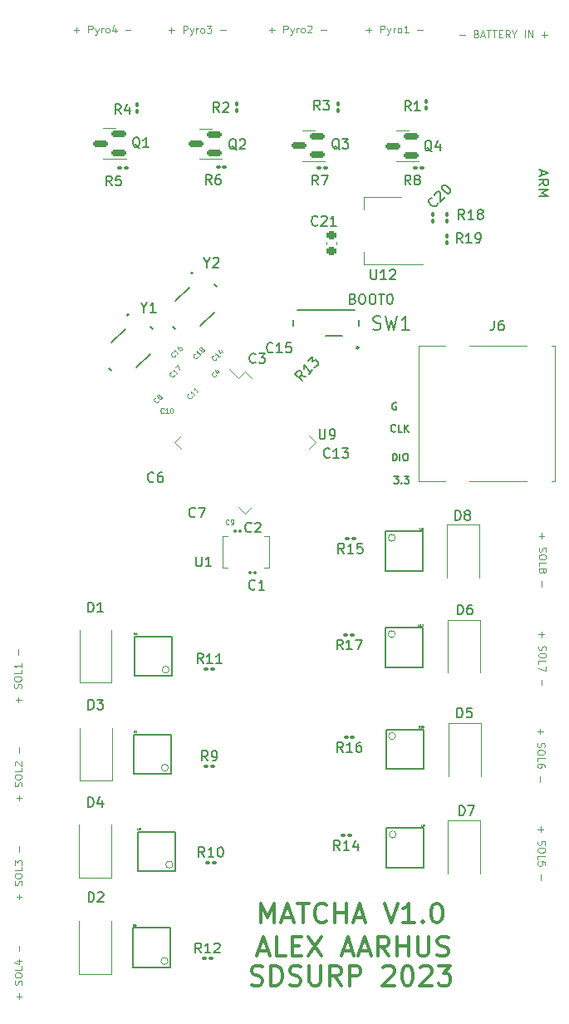
<source format=gto>
G04 #@! TF.GenerationSoftware,KiCad,Pcbnew,(6.0.7)*
G04 #@! TF.CreationDate,2023-04-24T09:06:52-07:00*
G04 #@! TF.ProjectId,OBC-Attempt-2,4f42432d-4174-4746-956d-70742d322e6b,rev?*
G04 #@! TF.SameCoordinates,Original*
G04 #@! TF.FileFunction,Legend,Top*
G04 #@! TF.FilePolarity,Positive*
%FSLAX46Y46*%
G04 Gerber Fmt 4.6, Leading zero omitted, Abs format (unit mm)*
G04 Created by KiCad (PCBNEW (6.0.7)) date 2023-04-24 09:06:52*
%MOMM*%
%LPD*%
G01*
G04 APERTURE LIST*
G04 Aperture macros list*
%AMRoundRect*
0 Rectangle with rounded corners*
0 $1 Rounding radius*
0 $2 $3 $4 $5 $6 $7 $8 $9 X,Y pos of 4 corners*
0 Add a 4 corners polygon primitive as box body*
4,1,4,$2,$3,$4,$5,$6,$7,$8,$9,$2,$3,0*
0 Add four circle primitives for the rounded corners*
1,1,$1+$1,$2,$3*
1,1,$1+$1,$4,$5*
1,1,$1+$1,$6,$7*
1,1,$1+$1,$8,$9*
0 Add four rect primitives between the rounded corners*
20,1,$1+$1,$2,$3,$4,$5,0*
20,1,$1+$1,$4,$5,$6,$7,0*
20,1,$1+$1,$6,$7,$8,$9,0*
20,1,$1+$1,$8,$9,$2,$3,0*%
%AMRotRect*
0 Rectangle, with rotation*
0 The origin of the aperture is its center*
0 $1 length*
0 $2 width*
0 $3 Rotation angle, in degrees counterclockwise*
0 Add horizontal line*
21,1,$1,$2,0,0,$3*%
G04 Aperture macros list end*
%ADD10C,0.150000*%
%ADD11C,0.100000*%
%ADD12C,0.300000*%
%ADD13C,0.050000*%
%ADD14C,0.120000*%
%ADD15C,0.152400*%
%ADD16C,0.050800*%
%ADD17C,0.127000*%
%ADD18C,0.250000*%
%ADD19C,0.200000*%
%ADD20RoundRect,0.100000X0.130000X0.100000X-0.130000X0.100000X-0.130000X-0.100000X0.130000X-0.100000X0*%
%ADD21RoundRect,0.100000X-0.130000X-0.100000X0.130000X-0.100000X0.130000X0.100000X-0.130000X0.100000X0*%
%ADD22R,1.800000X2.500000*%
%ADD23RoundRect,0.150000X0.587500X0.150000X-0.587500X0.150000X-0.587500X-0.150000X0.587500X-0.150000X0*%
%ADD24RoundRect,0.075000X0.141421X-0.035355X-0.035355X0.141421X-0.141421X0.035355X0.035355X-0.141421X0*%
%ADD25RoundRect,0.100000X0.021213X0.162635X-0.162635X-0.021213X-0.021213X-0.162635X0.162635X0.021213X0*%
%ADD26R,0.254000X0.482600*%
%ADD27R,0.482600X0.254000*%
%ADD28R,1.300000X0.600000*%
%ADD29RoundRect,0.075000X-0.125000X-0.075000X0.125000X-0.075000X0.125000X0.075000X-0.125000X0.075000X0*%
%ADD30C,3.000000*%
%ADD31R,2.000000X1.500000*%
%ADD32R,2.000000X3.800000*%
%ADD33RoundRect,0.075000X-0.035355X-0.141421X0.141421X0.035355X0.035355X0.141421X-0.141421X-0.035355X0*%
%ADD34RoundRect,0.075000X0.035355X0.141421X-0.141421X-0.035355X-0.035355X-0.141421X0.141421X0.035355X0*%
%ADD35RoundRect,0.225000X-0.250000X0.225000X-0.250000X-0.225000X0.250000X-0.225000X0.250000X0.225000X0*%
%ADD36RoundRect,0.100000X0.100000X-0.130000X0.100000X0.130000X-0.100000X0.130000X-0.100000X-0.130000X0*%
%ADD37RoundRect,0.075000X0.125000X0.075000X-0.125000X0.075000X-0.125000X-0.075000X0.125000X-0.075000X0*%
%ADD38C,0.900000*%
%ADD39R,0.700000X1.500000*%
%ADD40R,1.000000X0.800000*%
%ADD41RoundRect,0.100000X-0.100000X0.130000X-0.100000X-0.130000X0.100000X-0.130000X0.100000X0.130000X0*%
%ADD42RoundRect,0.100000X0.162635X-0.021213X-0.021213X0.162635X-0.162635X0.021213X0.021213X-0.162635X0*%
%ADD43RotRect,1.400000X1.800000X315.000000*%
%ADD44RoundRect,0.100000X-0.021213X-0.162635X0.162635X0.021213X0.021213X0.162635X-0.162635X-0.021213X0*%
%ADD45RoundRect,0.075000X-0.141421X0.035355X0.035355X-0.141421X0.141421X-0.035355X-0.035355X0.141421X0*%
%ADD46R,1.500000X0.800000*%
%ADD47R,2.000000X1.450000*%
%ADD48RoundRect,0.075000X-0.548008X0.441942X0.441942X-0.548008X0.548008X-0.441942X-0.441942X0.548008X0*%
%ADD49RoundRect,0.075000X-0.548008X-0.441942X-0.441942X-0.548008X0.548008X0.441942X0.441942X0.548008X0*%
%ADD50R,2.600000X2.600000*%
%ADD51C,2.600000*%
%ADD52RotRect,2.000000X2.000000X135.000000*%
%ADD53C,2.000000*%
%ADD54R,1.700000X1.700000*%
%ADD55O,1.700000X1.700000*%
G04 APERTURE END LIST*
D10*
X65595885Y-71885285D02*
X66060171Y-71885285D01*
X65810171Y-72171000D01*
X65917314Y-72171000D01*
X65988742Y-72206714D01*
X66024457Y-72242428D01*
X66060171Y-72313857D01*
X66060171Y-72492428D01*
X66024457Y-72563857D01*
X65988742Y-72599571D01*
X65917314Y-72635285D01*
X65703028Y-72635285D01*
X65631600Y-72599571D01*
X65595885Y-72563857D01*
X66381600Y-72563857D02*
X66417314Y-72599571D01*
X66381600Y-72635285D01*
X66345885Y-72599571D01*
X66381600Y-72563857D01*
X66381600Y-72635285D01*
X66667314Y-71885285D02*
X67131600Y-71885285D01*
X66881600Y-72171000D01*
X66988742Y-72171000D01*
X67060171Y-72206714D01*
X67095885Y-72242428D01*
X67131600Y-72313857D01*
X67131600Y-72492428D01*
X67095885Y-72563857D01*
X67060171Y-72599571D01*
X66988742Y-72635285D01*
X66774457Y-72635285D01*
X66703028Y-72599571D01*
X66667314Y-72563857D01*
D11*
X27393571Y-104952142D02*
X27393571Y-104380714D01*
X27679285Y-104666428D02*
X27107857Y-104666428D01*
X27643571Y-103487857D02*
X27679285Y-103380714D01*
X27679285Y-103202142D01*
X27643571Y-103130714D01*
X27607857Y-103095000D01*
X27536428Y-103059285D01*
X27465000Y-103059285D01*
X27393571Y-103095000D01*
X27357857Y-103130714D01*
X27322142Y-103202142D01*
X27286428Y-103345000D01*
X27250714Y-103416428D01*
X27215000Y-103452142D01*
X27143571Y-103487857D01*
X27072142Y-103487857D01*
X27000714Y-103452142D01*
X26965000Y-103416428D01*
X26929285Y-103345000D01*
X26929285Y-103166428D01*
X26965000Y-103059285D01*
X26929285Y-102595000D02*
X26929285Y-102452142D01*
X26965000Y-102380714D01*
X27036428Y-102309285D01*
X27179285Y-102273571D01*
X27429285Y-102273571D01*
X27572142Y-102309285D01*
X27643571Y-102380714D01*
X27679285Y-102452142D01*
X27679285Y-102595000D01*
X27643571Y-102666428D01*
X27572142Y-102737857D01*
X27429285Y-102773571D01*
X27179285Y-102773571D01*
X27036428Y-102737857D01*
X26965000Y-102666428D01*
X26929285Y-102595000D01*
X27679285Y-101595000D02*
X27679285Y-101952142D01*
X26929285Y-101952142D01*
X27000714Y-101380714D02*
X26965000Y-101345000D01*
X26929285Y-101273571D01*
X26929285Y-101095000D01*
X26965000Y-101023571D01*
X27000714Y-100987857D01*
X27072142Y-100952142D01*
X27143571Y-100952142D01*
X27250714Y-100987857D01*
X27679285Y-101416428D01*
X27679285Y-100952142D01*
X27393571Y-100059285D02*
X27393571Y-99487857D01*
D12*
X51077142Y-123669523D02*
X51362857Y-123764761D01*
X51839047Y-123764761D01*
X52029523Y-123669523D01*
X52124761Y-123574285D01*
X52220000Y-123383809D01*
X52220000Y-123193333D01*
X52124761Y-123002857D01*
X52029523Y-122907619D01*
X51839047Y-122812380D01*
X51458095Y-122717142D01*
X51267619Y-122621904D01*
X51172380Y-122526666D01*
X51077142Y-122336190D01*
X51077142Y-122145714D01*
X51172380Y-121955238D01*
X51267619Y-121860000D01*
X51458095Y-121764761D01*
X51934285Y-121764761D01*
X52220000Y-121860000D01*
X53077142Y-123764761D02*
X53077142Y-121764761D01*
X53553333Y-121764761D01*
X53839047Y-121860000D01*
X54029523Y-122050476D01*
X54124761Y-122240952D01*
X54220000Y-122621904D01*
X54220000Y-122907619D01*
X54124761Y-123288571D01*
X54029523Y-123479047D01*
X53839047Y-123669523D01*
X53553333Y-123764761D01*
X53077142Y-123764761D01*
X54981904Y-123669523D02*
X55267619Y-123764761D01*
X55743809Y-123764761D01*
X55934285Y-123669523D01*
X56029523Y-123574285D01*
X56124761Y-123383809D01*
X56124761Y-123193333D01*
X56029523Y-123002857D01*
X55934285Y-122907619D01*
X55743809Y-122812380D01*
X55362857Y-122717142D01*
X55172380Y-122621904D01*
X55077142Y-122526666D01*
X54981904Y-122336190D01*
X54981904Y-122145714D01*
X55077142Y-121955238D01*
X55172380Y-121860000D01*
X55362857Y-121764761D01*
X55839047Y-121764761D01*
X56124761Y-121860000D01*
X56981904Y-121764761D02*
X56981904Y-123383809D01*
X57077142Y-123574285D01*
X57172380Y-123669523D01*
X57362857Y-123764761D01*
X57743809Y-123764761D01*
X57934285Y-123669523D01*
X58029523Y-123574285D01*
X58124761Y-123383809D01*
X58124761Y-121764761D01*
X60220000Y-123764761D02*
X59553333Y-122812380D01*
X59077142Y-123764761D02*
X59077142Y-121764761D01*
X59839047Y-121764761D01*
X60029523Y-121860000D01*
X60124761Y-121955238D01*
X60220000Y-122145714D01*
X60220000Y-122431428D01*
X60124761Y-122621904D01*
X60029523Y-122717142D01*
X59839047Y-122812380D01*
X59077142Y-122812380D01*
X61077142Y-123764761D02*
X61077142Y-121764761D01*
X61839047Y-121764761D01*
X62029523Y-121860000D01*
X62124761Y-121955238D01*
X62220000Y-122145714D01*
X62220000Y-122431428D01*
X62124761Y-122621904D01*
X62029523Y-122717142D01*
X61839047Y-122812380D01*
X61077142Y-122812380D01*
X64505714Y-121955238D02*
X64600952Y-121860000D01*
X64791428Y-121764761D01*
X65267619Y-121764761D01*
X65458095Y-121860000D01*
X65553333Y-121955238D01*
X65648571Y-122145714D01*
X65648571Y-122336190D01*
X65553333Y-122621904D01*
X64410476Y-123764761D01*
X65648571Y-123764761D01*
X66886666Y-121764761D02*
X67077142Y-121764761D01*
X67267619Y-121860000D01*
X67362857Y-121955238D01*
X67458095Y-122145714D01*
X67553333Y-122526666D01*
X67553333Y-123002857D01*
X67458095Y-123383809D01*
X67362857Y-123574285D01*
X67267619Y-123669523D01*
X67077142Y-123764761D01*
X66886666Y-123764761D01*
X66696190Y-123669523D01*
X66600952Y-123574285D01*
X66505714Y-123383809D01*
X66410476Y-123002857D01*
X66410476Y-122526666D01*
X66505714Y-122145714D01*
X66600952Y-121955238D01*
X66696190Y-121860000D01*
X66886666Y-121764761D01*
X68315238Y-121955238D02*
X68410476Y-121860000D01*
X68600952Y-121764761D01*
X69077142Y-121764761D01*
X69267619Y-121860000D01*
X69362857Y-121955238D01*
X69458095Y-122145714D01*
X69458095Y-122336190D01*
X69362857Y-122621904D01*
X68220000Y-123764761D01*
X69458095Y-123764761D01*
X70124761Y-121764761D02*
X71362857Y-121764761D01*
X70696190Y-122526666D01*
X70981904Y-122526666D01*
X71172380Y-122621904D01*
X71267619Y-122717142D01*
X71362857Y-122907619D01*
X71362857Y-123383809D01*
X71267619Y-123574285D01*
X71172380Y-123669523D01*
X70981904Y-123764761D01*
X70410476Y-123764761D01*
X70220000Y-123669523D01*
X70124761Y-123574285D01*
D11*
X27393571Y-115022142D02*
X27393571Y-114450714D01*
X27679285Y-114736428D02*
X27107857Y-114736428D01*
X27643571Y-113557857D02*
X27679285Y-113450714D01*
X27679285Y-113272142D01*
X27643571Y-113200714D01*
X27607857Y-113165000D01*
X27536428Y-113129285D01*
X27465000Y-113129285D01*
X27393571Y-113165000D01*
X27357857Y-113200714D01*
X27322142Y-113272142D01*
X27286428Y-113415000D01*
X27250714Y-113486428D01*
X27215000Y-113522142D01*
X27143571Y-113557857D01*
X27072142Y-113557857D01*
X27000714Y-113522142D01*
X26965000Y-113486428D01*
X26929285Y-113415000D01*
X26929285Y-113236428D01*
X26965000Y-113129285D01*
X26929285Y-112665000D02*
X26929285Y-112522142D01*
X26965000Y-112450714D01*
X27036428Y-112379285D01*
X27179285Y-112343571D01*
X27429285Y-112343571D01*
X27572142Y-112379285D01*
X27643571Y-112450714D01*
X27679285Y-112522142D01*
X27679285Y-112665000D01*
X27643571Y-112736428D01*
X27572142Y-112807857D01*
X27429285Y-112843571D01*
X27179285Y-112843571D01*
X27036428Y-112807857D01*
X26965000Y-112736428D01*
X26929285Y-112665000D01*
X27679285Y-111665000D02*
X27679285Y-112022142D01*
X26929285Y-112022142D01*
X26929285Y-111486428D02*
X26929285Y-111022142D01*
X27215000Y-111272142D01*
X27215000Y-111165000D01*
X27250714Y-111093571D01*
X27286428Y-111057857D01*
X27357857Y-111022142D01*
X27536428Y-111022142D01*
X27607857Y-111057857D01*
X27643571Y-111093571D01*
X27679285Y-111165000D01*
X27679285Y-111379285D01*
X27643571Y-111450714D01*
X27607857Y-111486428D01*
X27393571Y-110129285D02*
X27393571Y-109557857D01*
X62729285Y-26433571D02*
X63300714Y-26433571D01*
X63015000Y-26719285D02*
X63015000Y-26147857D01*
X64229285Y-26719285D02*
X64229285Y-25969285D01*
X64515000Y-25969285D01*
X64586428Y-26005000D01*
X64622142Y-26040714D01*
X64657857Y-26112142D01*
X64657857Y-26219285D01*
X64622142Y-26290714D01*
X64586428Y-26326428D01*
X64515000Y-26362142D01*
X64229285Y-26362142D01*
X64907857Y-26219285D02*
X65086428Y-26719285D01*
X65265000Y-26219285D02*
X65086428Y-26719285D01*
X65015000Y-26897857D01*
X64979285Y-26933571D01*
X64907857Y-26969285D01*
X65550714Y-26719285D02*
X65550714Y-26219285D01*
X65550714Y-26362142D02*
X65586428Y-26290714D01*
X65622142Y-26255000D01*
X65693571Y-26219285D01*
X65765000Y-26219285D01*
X66122142Y-26719285D02*
X66050714Y-26683571D01*
X66015000Y-26647857D01*
X65979285Y-26576428D01*
X65979285Y-26362142D01*
X66015000Y-26290714D01*
X66050714Y-26255000D01*
X66122142Y-26219285D01*
X66229285Y-26219285D01*
X66300714Y-26255000D01*
X66336428Y-26290714D01*
X66372142Y-26362142D01*
X66372142Y-26576428D01*
X66336428Y-26647857D01*
X66300714Y-26683571D01*
X66229285Y-26719285D01*
X66122142Y-26719285D01*
X67086428Y-26719285D02*
X66657857Y-26719285D01*
X66872142Y-26719285D02*
X66872142Y-25969285D01*
X66800714Y-26076428D01*
X66729285Y-26147857D01*
X66657857Y-26183571D01*
X67979285Y-26433571D02*
X68550714Y-26433571D01*
D12*
X52069523Y-117384761D02*
X52069523Y-115384761D01*
X52736190Y-116813333D01*
X53402857Y-115384761D01*
X53402857Y-117384761D01*
X54260000Y-116813333D02*
X55212380Y-116813333D01*
X54069523Y-117384761D02*
X54736190Y-115384761D01*
X55402857Y-117384761D01*
X55783809Y-115384761D02*
X56926666Y-115384761D01*
X56355238Y-117384761D02*
X56355238Y-115384761D01*
X58736190Y-117194285D02*
X58640952Y-117289523D01*
X58355238Y-117384761D01*
X58164761Y-117384761D01*
X57879047Y-117289523D01*
X57688571Y-117099047D01*
X57593333Y-116908571D01*
X57498095Y-116527619D01*
X57498095Y-116241904D01*
X57593333Y-115860952D01*
X57688571Y-115670476D01*
X57879047Y-115480000D01*
X58164761Y-115384761D01*
X58355238Y-115384761D01*
X58640952Y-115480000D01*
X58736190Y-115575238D01*
X59593333Y-117384761D02*
X59593333Y-115384761D01*
X59593333Y-116337142D02*
X60736190Y-116337142D01*
X60736190Y-117384761D02*
X60736190Y-115384761D01*
X61593333Y-116813333D02*
X62545714Y-116813333D01*
X61402857Y-117384761D02*
X62069523Y-115384761D01*
X62736190Y-117384761D01*
X64640952Y-115384761D02*
X65307619Y-117384761D01*
X65974285Y-115384761D01*
X67688571Y-117384761D02*
X66545714Y-117384761D01*
X67117142Y-117384761D02*
X67117142Y-115384761D01*
X66926666Y-115670476D01*
X66736190Y-115860952D01*
X66545714Y-115956190D01*
X68545714Y-117194285D02*
X68640952Y-117289523D01*
X68545714Y-117384761D01*
X68450476Y-117289523D01*
X68545714Y-117194285D01*
X68545714Y-117384761D01*
X69879047Y-115384761D02*
X70069523Y-115384761D01*
X70260000Y-115480000D01*
X70355238Y-115575238D01*
X70450476Y-115765714D01*
X70545714Y-116146666D01*
X70545714Y-116622857D01*
X70450476Y-117003809D01*
X70355238Y-117194285D01*
X70260000Y-117289523D01*
X70069523Y-117384761D01*
X69879047Y-117384761D01*
X69688571Y-117289523D01*
X69593333Y-117194285D01*
X69498095Y-117003809D01*
X69402857Y-116622857D01*
X69402857Y-116146666D01*
X69498095Y-115765714D01*
X69593333Y-115575238D01*
X69688571Y-115480000D01*
X69879047Y-115384761D01*
D10*
X65838028Y-64411000D02*
X65766600Y-64375285D01*
X65659457Y-64375285D01*
X65552314Y-64411000D01*
X65480885Y-64482428D01*
X65445171Y-64553857D01*
X65409457Y-64696714D01*
X65409457Y-64803857D01*
X65445171Y-64946714D01*
X65480885Y-65018142D01*
X65552314Y-65089571D01*
X65659457Y-65125285D01*
X65730885Y-65125285D01*
X65838028Y-65089571D01*
X65873742Y-65053857D01*
X65873742Y-64803857D01*
X65730885Y-64803857D01*
D11*
X27393571Y-125152142D02*
X27393571Y-124580714D01*
X27679285Y-124866428D02*
X27107857Y-124866428D01*
X27643571Y-123687857D02*
X27679285Y-123580714D01*
X27679285Y-123402142D01*
X27643571Y-123330714D01*
X27607857Y-123295000D01*
X27536428Y-123259285D01*
X27465000Y-123259285D01*
X27393571Y-123295000D01*
X27357857Y-123330714D01*
X27322142Y-123402142D01*
X27286428Y-123545000D01*
X27250714Y-123616428D01*
X27215000Y-123652142D01*
X27143571Y-123687857D01*
X27072142Y-123687857D01*
X27000714Y-123652142D01*
X26965000Y-123616428D01*
X26929285Y-123545000D01*
X26929285Y-123366428D01*
X26965000Y-123259285D01*
X26929285Y-122795000D02*
X26929285Y-122652142D01*
X26965000Y-122580714D01*
X27036428Y-122509285D01*
X27179285Y-122473571D01*
X27429285Y-122473571D01*
X27572142Y-122509285D01*
X27643571Y-122580714D01*
X27679285Y-122652142D01*
X27679285Y-122795000D01*
X27643571Y-122866428D01*
X27572142Y-122937857D01*
X27429285Y-122973571D01*
X27179285Y-122973571D01*
X27036428Y-122937857D01*
X26965000Y-122866428D01*
X26929285Y-122795000D01*
X27679285Y-121795000D02*
X27679285Y-122152142D01*
X26929285Y-122152142D01*
X27179285Y-121223571D02*
X27679285Y-121223571D01*
X26893571Y-121402142D02*
X27429285Y-121580714D01*
X27429285Y-121116428D01*
X27393571Y-120259285D02*
X27393571Y-119687857D01*
X27343571Y-94952142D02*
X27343571Y-94380714D01*
X27629285Y-94666428D02*
X27057857Y-94666428D01*
X27593571Y-93487857D02*
X27629285Y-93380714D01*
X27629285Y-93202142D01*
X27593571Y-93130714D01*
X27557857Y-93095000D01*
X27486428Y-93059285D01*
X27415000Y-93059285D01*
X27343571Y-93095000D01*
X27307857Y-93130714D01*
X27272142Y-93202142D01*
X27236428Y-93345000D01*
X27200714Y-93416428D01*
X27165000Y-93452142D01*
X27093571Y-93487857D01*
X27022142Y-93487857D01*
X26950714Y-93452142D01*
X26915000Y-93416428D01*
X26879285Y-93345000D01*
X26879285Y-93166428D01*
X26915000Y-93059285D01*
X26879285Y-92595000D02*
X26879285Y-92452142D01*
X26915000Y-92380714D01*
X26986428Y-92309285D01*
X27129285Y-92273571D01*
X27379285Y-92273571D01*
X27522142Y-92309285D01*
X27593571Y-92380714D01*
X27629285Y-92452142D01*
X27629285Y-92595000D01*
X27593571Y-92666428D01*
X27522142Y-92737857D01*
X27379285Y-92773571D01*
X27129285Y-92773571D01*
X26986428Y-92737857D01*
X26915000Y-92666428D01*
X26879285Y-92595000D01*
X27629285Y-91595000D02*
X27629285Y-91952142D01*
X26879285Y-91952142D01*
X27629285Y-90952142D02*
X27629285Y-91380714D01*
X27629285Y-91166428D02*
X26879285Y-91166428D01*
X26986428Y-91237857D01*
X27057857Y-91309285D01*
X27093571Y-91380714D01*
X27343571Y-90059285D02*
X27343571Y-89487857D01*
X80619828Y-87708257D02*
X80619828Y-88279685D01*
X80334114Y-87993971D02*
X80905542Y-87993971D01*
X80369828Y-89172542D02*
X80334114Y-89279685D01*
X80334114Y-89458257D01*
X80369828Y-89529685D01*
X80405542Y-89565400D01*
X80476971Y-89601114D01*
X80548400Y-89601114D01*
X80619828Y-89565400D01*
X80655542Y-89529685D01*
X80691257Y-89458257D01*
X80726971Y-89315400D01*
X80762685Y-89243971D01*
X80798400Y-89208257D01*
X80869828Y-89172542D01*
X80941257Y-89172542D01*
X81012685Y-89208257D01*
X81048400Y-89243971D01*
X81084114Y-89315400D01*
X81084114Y-89493971D01*
X81048400Y-89601114D01*
X81084114Y-90065400D02*
X81084114Y-90208257D01*
X81048400Y-90279685D01*
X80976971Y-90351114D01*
X80834114Y-90386828D01*
X80584114Y-90386828D01*
X80441257Y-90351114D01*
X80369828Y-90279685D01*
X80334114Y-90208257D01*
X80334114Y-90065400D01*
X80369828Y-89993971D01*
X80441257Y-89922542D01*
X80584114Y-89886828D01*
X80834114Y-89886828D01*
X80976971Y-89922542D01*
X81048400Y-89993971D01*
X81084114Y-90065400D01*
X80334114Y-91065400D02*
X80334114Y-90708257D01*
X81084114Y-90708257D01*
X81084114Y-91243971D02*
X81084114Y-91743971D01*
X80334114Y-91422542D01*
X80619828Y-92601114D02*
X80619828Y-93172542D01*
D10*
X65755171Y-67303857D02*
X65719457Y-67339571D01*
X65612314Y-67375285D01*
X65540885Y-67375285D01*
X65433742Y-67339571D01*
X65362314Y-67268142D01*
X65326600Y-67196714D01*
X65290885Y-67053857D01*
X65290885Y-66946714D01*
X65326600Y-66803857D01*
X65362314Y-66732428D01*
X65433742Y-66661000D01*
X65540885Y-66625285D01*
X65612314Y-66625285D01*
X65719457Y-66661000D01*
X65755171Y-66696714D01*
X66433742Y-67375285D02*
X66076600Y-67375285D01*
X66076600Y-66625285D01*
X66683742Y-67375285D02*
X66683742Y-66625285D01*
X67112314Y-67375285D02*
X66790885Y-66946714D01*
X67112314Y-66625285D02*
X66683742Y-67053857D01*
D11*
X52859285Y-26433571D02*
X53430714Y-26433571D01*
X53145000Y-26719285D02*
X53145000Y-26147857D01*
X54359285Y-26719285D02*
X54359285Y-25969285D01*
X54645000Y-25969285D01*
X54716428Y-26005000D01*
X54752142Y-26040714D01*
X54787857Y-26112142D01*
X54787857Y-26219285D01*
X54752142Y-26290714D01*
X54716428Y-26326428D01*
X54645000Y-26362142D01*
X54359285Y-26362142D01*
X55037857Y-26219285D02*
X55216428Y-26719285D01*
X55395000Y-26219285D02*
X55216428Y-26719285D01*
X55145000Y-26897857D01*
X55109285Y-26933571D01*
X55037857Y-26969285D01*
X55680714Y-26719285D02*
X55680714Y-26219285D01*
X55680714Y-26362142D02*
X55716428Y-26290714D01*
X55752142Y-26255000D01*
X55823571Y-26219285D01*
X55895000Y-26219285D01*
X56252142Y-26719285D02*
X56180714Y-26683571D01*
X56145000Y-26647857D01*
X56109285Y-26576428D01*
X56109285Y-26362142D01*
X56145000Y-26290714D01*
X56180714Y-26255000D01*
X56252142Y-26219285D01*
X56359285Y-26219285D01*
X56430714Y-26255000D01*
X56466428Y-26290714D01*
X56502142Y-26362142D01*
X56502142Y-26576428D01*
X56466428Y-26647857D01*
X56430714Y-26683571D01*
X56359285Y-26719285D01*
X56252142Y-26719285D01*
X56787857Y-26040714D02*
X56823571Y-26005000D01*
X56895000Y-25969285D01*
X57073571Y-25969285D01*
X57145000Y-26005000D01*
X57180714Y-26040714D01*
X57216428Y-26112142D01*
X57216428Y-26183571D01*
X57180714Y-26290714D01*
X56752142Y-26719285D01*
X57216428Y-26719285D01*
X58109285Y-26433571D02*
X58680714Y-26433571D01*
X42629285Y-26453571D02*
X43200714Y-26453571D01*
X42915000Y-26739285D02*
X42915000Y-26167857D01*
X44129285Y-26739285D02*
X44129285Y-25989285D01*
X44415000Y-25989285D01*
X44486428Y-26025000D01*
X44522142Y-26060714D01*
X44557857Y-26132142D01*
X44557857Y-26239285D01*
X44522142Y-26310714D01*
X44486428Y-26346428D01*
X44415000Y-26382142D01*
X44129285Y-26382142D01*
X44807857Y-26239285D02*
X44986428Y-26739285D01*
X45165000Y-26239285D02*
X44986428Y-26739285D01*
X44915000Y-26917857D01*
X44879285Y-26953571D01*
X44807857Y-26989285D01*
X45450714Y-26739285D02*
X45450714Y-26239285D01*
X45450714Y-26382142D02*
X45486428Y-26310714D01*
X45522142Y-26275000D01*
X45593571Y-26239285D01*
X45665000Y-26239285D01*
X46022142Y-26739285D02*
X45950714Y-26703571D01*
X45915000Y-26667857D01*
X45879285Y-26596428D01*
X45879285Y-26382142D01*
X45915000Y-26310714D01*
X45950714Y-26275000D01*
X46022142Y-26239285D01*
X46129285Y-26239285D01*
X46200714Y-26275000D01*
X46236428Y-26310714D01*
X46272142Y-26382142D01*
X46272142Y-26596428D01*
X46236428Y-26667857D01*
X46200714Y-26703571D01*
X46129285Y-26739285D01*
X46022142Y-26739285D01*
X46522142Y-25989285D02*
X46986428Y-25989285D01*
X46736428Y-26275000D01*
X46843571Y-26275000D01*
X46915000Y-26310714D01*
X46950714Y-26346428D01*
X46986428Y-26417857D01*
X46986428Y-26596428D01*
X46950714Y-26667857D01*
X46915000Y-26703571D01*
X46843571Y-26739285D01*
X46629285Y-26739285D01*
X46557857Y-26703571D01*
X46522142Y-26667857D01*
X47879285Y-26453571D02*
X48450714Y-26453571D01*
D12*
X51833333Y-120193333D02*
X52785714Y-120193333D01*
X51642857Y-120764761D02*
X52309523Y-118764761D01*
X52976190Y-120764761D01*
X54595238Y-120764761D02*
X53642857Y-120764761D01*
X53642857Y-118764761D01*
X55261904Y-119717142D02*
X55928571Y-119717142D01*
X56214285Y-120764761D02*
X55261904Y-120764761D01*
X55261904Y-118764761D01*
X56214285Y-118764761D01*
X56880952Y-118764761D02*
X58214285Y-120764761D01*
X58214285Y-118764761D02*
X56880952Y-120764761D01*
X60404761Y-120193333D02*
X61357142Y-120193333D01*
X60214285Y-120764761D02*
X60880952Y-118764761D01*
X61547619Y-120764761D01*
X62119047Y-120193333D02*
X63071428Y-120193333D01*
X61928571Y-120764761D02*
X62595238Y-118764761D01*
X63261904Y-120764761D01*
X65071428Y-120764761D02*
X64404761Y-119812380D01*
X63928571Y-120764761D02*
X63928571Y-118764761D01*
X64690476Y-118764761D01*
X64880952Y-118860000D01*
X64976190Y-118955238D01*
X65071428Y-119145714D01*
X65071428Y-119431428D01*
X64976190Y-119621904D01*
X64880952Y-119717142D01*
X64690476Y-119812380D01*
X63928571Y-119812380D01*
X65928571Y-120764761D02*
X65928571Y-118764761D01*
X65928571Y-119717142D02*
X67071428Y-119717142D01*
X67071428Y-120764761D02*
X67071428Y-118764761D01*
X68023809Y-118764761D02*
X68023809Y-120383809D01*
X68119047Y-120574285D01*
X68214285Y-120669523D01*
X68404761Y-120764761D01*
X68785714Y-120764761D01*
X68976190Y-120669523D01*
X69071428Y-120574285D01*
X69166666Y-120383809D01*
X69166666Y-118764761D01*
X70023809Y-120669523D02*
X70309523Y-120764761D01*
X70785714Y-120764761D01*
X70976190Y-120669523D01*
X71071428Y-120574285D01*
X71166666Y-120383809D01*
X71166666Y-120193333D01*
X71071428Y-120002857D01*
X70976190Y-119907619D01*
X70785714Y-119812380D01*
X70404761Y-119717142D01*
X70214285Y-119621904D01*
X70119047Y-119526666D01*
X70023809Y-119336190D01*
X70023809Y-119145714D01*
X70119047Y-118955238D01*
X70214285Y-118860000D01*
X70404761Y-118764761D01*
X70880952Y-118764761D01*
X71166666Y-118860000D01*
D11*
X32959285Y-26433571D02*
X33530714Y-26433571D01*
X33244999Y-26719285D02*
X33244999Y-26147857D01*
X34459285Y-26719285D02*
X34459285Y-25969285D01*
X34745000Y-25969285D01*
X34816428Y-26005000D01*
X34852142Y-26040714D01*
X34887857Y-26112142D01*
X34887857Y-26219285D01*
X34852142Y-26290714D01*
X34816428Y-26326428D01*
X34745000Y-26362142D01*
X34459285Y-26362142D01*
X35137857Y-26219285D02*
X35316428Y-26719285D01*
X35495000Y-26219285D02*
X35316428Y-26719285D01*
X35245000Y-26897857D01*
X35209285Y-26933571D01*
X35137857Y-26969285D01*
X35780714Y-26719285D02*
X35780714Y-26219285D01*
X35780714Y-26362142D02*
X35816428Y-26290714D01*
X35852142Y-26255000D01*
X35923571Y-26219285D01*
X35995000Y-26219285D01*
X36352142Y-26719285D02*
X36280714Y-26683571D01*
X36245000Y-26647857D01*
X36209285Y-26576428D01*
X36209285Y-26362142D01*
X36245000Y-26290714D01*
X36280714Y-26255000D01*
X36352142Y-26219285D01*
X36459285Y-26219285D01*
X36530714Y-26255000D01*
X36566428Y-26290714D01*
X36602142Y-26362142D01*
X36602142Y-26576428D01*
X36566428Y-26647857D01*
X36530714Y-26683571D01*
X36459285Y-26719285D01*
X36352142Y-26719285D01*
X37245000Y-26219285D02*
X37245000Y-26719285D01*
X37066428Y-25933571D02*
X36887857Y-26469285D01*
X37352142Y-26469285D01*
X38209285Y-26433571D02*
X38780714Y-26433571D01*
X80499828Y-97598257D02*
X80499828Y-98169685D01*
X80214114Y-97883971D02*
X80785542Y-97883971D01*
X80249828Y-99062542D02*
X80214114Y-99169685D01*
X80214114Y-99348257D01*
X80249828Y-99419685D01*
X80285542Y-99455400D01*
X80356971Y-99491114D01*
X80428400Y-99491114D01*
X80499828Y-99455400D01*
X80535542Y-99419685D01*
X80571257Y-99348257D01*
X80606971Y-99205400D01*
X80642685Y-99133971D01*
X80678400Y-99098257D01*
X80749828Y-99062542D01*
X80821257Y-99062542D01*
X80892685Y-99098257D01*
X80928400Y-99133971D01*
X80964114Y-99205400D01*
X80964114Y-99383971D01*
X80928400Y-99491114D01*
X80964114Y-99955400D02*
X80964114Y-100098257D01*
X80928400Y-100169685D01*
X80856971Y-100241114D01*
X80714114Y-100276828D01*
X80464114Y-100276828D01*
X80321257Y-100241114D01*
X80249828Y-100169685D01*
X80214114Y-100098257D01*
X80214114Y-99955400D01*
X80249828Y-99883971D01*
X80321257Y-99812542D01*
X80464114Y-99776828D01*
X80714114Y-99776828D01*
X80856971Y-99812542D01*
X80928400Y-99883971D01*
X80964114Y-99955400D01*
X80214114Y-100955400D02*
X80214114Y-100598257D01*
X80964114Y-100598257D01*
X80964114Y-101526828D02*
X80964114Y-101383971D01*
X80928400Y-101312542D01*
X80892685Y-101276828D01*
X80785542Y-101205400D01*
X80642685Y-101169685D01*
X80356971Y-101169685D01*
X80285542Y-101205400D01*
X80249828Y-101241114D01*
X80214114Y-101312542D01*
X80214114Y-101455400D01*
X80249828Y-101526828D01*
X80285542Y-101562542D01*
X80356971Y-101598257D01*
X80535542Y-101598257D01*
X80606971Y-101562542D01*
X80642685Y-101526828D01*
X80678400Y-101455400D01*
X80678400Y-101312542D01*
X80642685Y-101241114D01*
X80606971Y-101205400D01*
X80535542Y-101169685D01*
X80499828Y-102491114D02*
X80499828Y-103062542D01*
X80539828Y-107558257D02*
X80539828Y-108129685D01*
X80254114Y-107843971D02*
X80825542Y-107843971D01*
X80289828Y-109022542D02*
X80254114Y-109129685D01*
X80254114Y-109308257D01*
X80289828Y-109379685D01*
X80325542Y-109415400D01*
X80396971Y-109451114D01*
X80468400Y-109451114D01*
X80539828Y-109415400D01*
X80575542Y-109379685D01*
X80611257Y-109308257D01*
X80646971Y-109165400D01*
X80682685Y-109093971D01*
X80718400Y-109058257D01*
X80789828Y-109022542D01*
X80861257Y-109022542D01*
X80932685Y-109058257D01*
X80968400Y-109093971D01*
X81004114Y-109165400D01*
X81004114Y-109343971D01*
X80968400Y-109451114D01*
X81004114Y-109915400D02*
X81004114Y-110058257D01*
X80968400Y-110129685D01*
X80896971Y-110201114D01*
X80754114Y-110236828D01*
X80504114Y-110236828D01*
X80361257Y-110201114D01*
X80289828Y-110129685D01*
X80254114Y-110058257D01*
X80254114Y-109915400D01*
X80289828Y-109843971D01*
X80361257Y-109772542D01*
X80504114Y-109736828D01*
X80754114Y-109736828D01*
X80896971Y-109772542D01*
X80968400Y-109843971D01*
X81004114Y-109915400D01*
X80254114Y-110915400D02*
X80254114Y-110558257D01*
X81004114Y-110558257D01*
X81004114Y-111522542D02*
X81004114Y-111165400D01*
X80646971Y-111129685D01*
X80682685Y-111165400D01*
X80718400Y-111236828D01*
X80718400Y-111415400D01*
X80682685Y-111486828D01*
X80646971Y-111522542D01*
X80575542Y-111558257D01*
X80396971Y-111558257D01*
X80325542Y-111522542D01*
X80289828Y-111486828D01*
X80254114Y-111415400D01*
X80254114Y-111236828D01*
X80289828Y-111165400D01*
X80325542Y-111129685D01*
X80539828Y-112451114D02*
X80539828Y-113022542D01*
D10*
X80643333Y-40760476D02*
X80643333Y-41236666D01*
X80357619Y-40665238D02*
X81357619Y-40998571D01*
X80357619Y-41331904D01*
X80357619Y-42236666D02*
X80833809Y-41903333D01*
X80357619Y-41665238D02*
X81357619Y-41665238D01*
X81357619Y-42046190D01*
X81310000Y-42141428D01*
X81262380Y-42189047D01*
X81167142Y-42236666D01*
X81024285Y-42236666D01*
X80929047Y-42189047D01*
X80881428Y-42141428D01*
X80833809Y-42046190D01*
X80833809Y-41665238D01*
X80357619Y-42665238D02*
X81357619Y-42665238D01*
X80643333Y-42998571D01*
X81357619Y-43331904D01*
X80357619Y-43331904D01*
D11*
X72257857Y-26913571D02*
X72829285Y-26913571D01*
X74007857Y-26806428D02*
X74115000Y-26842142D01*
X74150714Y-26877857D01*
X74186428Y-26949285D01*
X74186428Y-27056428D01*
X74150714Y-27127857D01*
X74115000Y-27163571D01*
X74043571Y-27199285D01*
X73757857Y-27199285D01*
X73757857Y-26449285D01*
X74007857Y-26449285D01*
X74079285Y-26485000D01*
X74115000Y-26520714D01*
X74150714Y-26592142D01*
X74150714Y-26663571D01*
X74115000Y-26735000D01*
X74079285Y-26770714D01*
X74007857Y-26806428D01*
X73757857Y-26806428D01*
X74472142Y-26985000D02*
X74829285Y-26985000D01*
X74400714Y-27199285D02*
X74650714Y-26449285D01*
X74900714Y-27199285D01*
X75043571Y-26449285D02*
X75472142Y-26449285D01*
X75257857Y-27199285D02*
X75257857Y-26449285D01*
X75615000Y-26449285D02*
X76043571Y-26449285D01*
X75829285Y-27199285D02*
X75829285Y-26449285D01*
X76293571Y-26806428D02*
X76543571Y-26806428D01*
X76650714Y-27199285D02*
X76293571Y-27199285D01*
X76293571Y-26449285D01*
X76650714Y-26449285D01*
X77400714Y-27199285D02*
X77150714Y-26842142D01*
X76972142Y-27199285D02*
X76972142Y-26449285D01*
X77257857Y-26449285D01*
X77329285Y-26485000D01*
X77365000Y-26520714D01*
X77400714Y-26592142D01*
X77400714Y-26699285D01*
X77365000Y-26770714D01*
X77329285Y-26806428D01*
X77257857Y-26842142D01*
X76972142Y-26842142D01*
X77865000Y-26842142D02*
X77865000Y-27199285D01*
X77615000Y-26449285D02*
X77865000Y-26842142D01*
X78115000Y-26449285D01*
X78936428Y-27199285D02*
X78936428Y-26449285D01*
X79293571Y-27199285D02*
X79293571Y-26449285D01*
X79722142Y-27199285D01*
X79722142Y-26449285D01*
X80650714Y-26913571D02*
X81222142Y-26913571D01*
X80936428Y-27199285D02*
X80936428Y-26627857D01*
X80649828Y-77678257D02*
X80649828Y-78249685D01*
X80364114Y-77963971D02*
X80935542Y-77963971D01*
X80399828Y-79142542D02*
X80364114Y-79249685D01*
X80364114Y-79428257D01*
X80399828Y-79499685D01*
X80435542Y-79535400D01*
X80506971Y-79571114D01*
X80578400Y-79571114D01*
X80649828Y-79535400D01*
X80685542Y-79499685D01*
X80721257Y-79428257D01*
X80756971Y-79285400D01*
X80792685Y-79213971D01*
X80828400Y-79178257D01*
X80899828Y-79142542D01*
X80971257Y-79142542D01*
X81042685Y-79178257D01*
X81078400Y-79213971D01*
X81114114Y-79285400D01*
X81114114Y-79463971D01*
X81078400Y-79571114D01*
X81114114Y-80035400D02*
X81114114Y-80178257D01*
X81078400Y-80249685D01*
X81006971Y-80321114D01*
X80864114Y-80356828D01*
X80614114Y-80356828D01*
X80471257Y-80321114D01*
X80399828Y-80249685D01*
X80364114Y-80178257D01*
X80364114Y-80035400D01*
X80399828Y-79963971D01*
X80471257Y-79892542D01*
X80614114Y-79856828D01*
X80864114Y-79856828D01*
X81006971Y-79892542D01*
X81078400Y-79963971D01*
X81114114Y-80035400D01*
X80364114Y-81035400D02*
X80364114Y-80678257D01*
X81114114Y-80678257D01*
X80792685Y-81392542D02*
X80828400Y-81321114D01*
X80864114Y-81285400D01*
X80935542Y-81249685D01*
X80971257Y-81249685D01*
X81042685Y-81285400D01*
X81078400Y-81321114D01*
X81114114Y-81392542D01*
X81114114Y-81535400D01*
X81078400Y-81606828D01*
X81042685Y-81642542D01*
X80971257Y-81678257D01*
X80935542Y-81678257D01*
X80864114Y-81642542D01*
X80828400Y-81606828D01*
X80792685Y-81535400D01*
X80792685Y-81392542D01*
X80756971Y-81321114D01*
X80721257Y-81285400D01*
X80649828Y-81249685D01*
X80506971Y-81249685D01*
X80435542Y-81285400D01*
X80399828Y-81321114D01*
X80364114Y-81392542D01*
X80364114Y-81535400D01*
X80399828Y-81606828D01*
X80435542Y-81642542D01*
X80506971Y-81678257D01*
X80649828Y-81678257D01*
X80721257Y-81642542D01*
X80756971Y-81606828D01*
X80792685Y-81535400D01*
X80649828Y-82571114D02*
X80649828Y-83142542D01*
D10*
X65453742Y-70315285D02*
X65453742Y-69565285D01*
X65632314Y-69565285D01*
X65739457Y-69601000D01*
X65810885Y-69672428D01*
X65846600Y-69743857D01*
X65882314Y-69886714D01*
X65882314Y-69993857D01*
X65846600Y-70136714D01*
X65810885Y-70208142D01*
X65739457Y-70279571D01*
X65632314Y-70315285D01*
X65453742Y-70315285D01*
X66203742Y-70315285D02*
X66203742Y-69565285D01*
X66703742Y-69565285D02*
X66846600Y-69565285D01*
X66918028Y-69601000D01*
X66989457Y-69672428D01*
X67025171Y-69815285D01*
X67025171Y-70065285D01*
X66989457Y-70208142D01*
X66918028Y-70279571D01*
X66846600Y-70315285D01*
X66703742Y-70315285D01*
X66632314Y-70279571D01*
X66560885Y-70208142D01*
X66525171Y-70065285D01*
X66525171Y-69815285D01*
X66560885Y-69672428D01*
X66632314Y-69601000D01*
X66703742Y-69565285D01*
X61418266Y-53814571D02*
X61561123Y-53862190D01*
X61608742Y-53909809D01*
X61656361Y-54005047D01*
X61656361Y-54147904D01*
X61608742Y-54243142D01*
X61561123Y-54290761D01*
X61465885Y-54338380D01*
X61084933Y-54338380D01*
X61084933Y-53338380D01*
X61418266Y-53338380D01*
X61513504Y-53386000D01*
X61561123Y-53433619D01*
X61608742Y-53528857D01*
X61608742Y-53624095D01*
X61561123Y-53719333D01*
X61513504Y-53766952D01*
X61418266Y-53814571D01*
X61084933Y-53814571D01*
X62275409Y-53338380D02*
X62465885Y-53338380D01*
X62561123Y-53386000D01*
X62656361Y-53481238D01*
X62703980Y-53671714D01*
X62703980Y-54005047D01*
X62656361Y-54195523D01*
X62561123Y-54290761D01*
X62465885Y-54338380D01*
X62275409Y-54338380D01*
X62180171Y-54290761D01*
X62084933Y-54195523D01*
X62037314Y-54005047D01*
X62037314Y-53671714D01*
X62084933Y-53481238D01*
X62180171Y-53386000D01*
X62275409Y-53338380D01*
X63323028Y-53338380D02*
X63513504Y-53338380D01*
X63608742Y-53386000D01*
X63703980Y-53481238D01*
X63751600Y-53671714D01*
X63751600Y-54005047D01*
X63703980Y-54195523D01*
X63608742Y-54290761D01*
X63513504Y-54338380D01*
X63323028Y-54338380D01*
X63227790Y-54290761D01*
X63132552Y-54195523D01*
X63084933Y-54005047D01*
X63084933Y-53671714D01*
X63132552Y-53481238D01*
X63227790Y-53386000D01*
X63323028Y-53338380D01*
X64037314Y-53338380D02*
X64608742Y-53338380D01*
X64323028Y-54338380D02*
X64323028Y-53338380D01*
X65132552Y-53338380D02*
X65227790Y-53338380D01*
X65323028Y-53386000D01*
X65370647Y-53433619D01*
X65418266Y-53528857D01*
X65465885Y-53719333D01*
X65465885Y-53957428D01*
X65418266Y-54147904D01*
X65370647Y-54243142D01*
X65323028Y-54290761D01*
X65227790Y-54338380D01*
X65132552Y-54338380D01*
X65037314Y-54290761D01*
X64989695Y-54243142D01*
X64942076Y-54147904D01*
X64894457Y-53957428D01*
X64894457Y-53719333D01*
X64942076Y-53528857D01*
X64989695Y-53433619D01*
X65037314Y-53386000D01*
X65132552Y-53338380D01*
X60410542Y-99982780D02*
X60077209Y-99506590D01*
X59839114Y-99982780D02*
X59839114Y-98982780D01*
X60220066Y-98982780D01*
X60315304Y-99030400D01*
X60362923Y-99078019D01*
X60410542Y-99173257D01*
X60410542Y-99316114D01*
X60362923Y-99411352D01*
X60315304Y-99458971D01*
X60220066Y-99506590D01*
X59839114Y-99506590D01*
X61362923Y-99982780D02*
X60791495Y-99982780D01*
X61077209Y-99982780D02*
X61077209Y-98982780D01*
X60981971Y-99125638D01*
X60886733Y-99220876D01*
X60791495Y-99268495D01*
X62220066Y-98982780D02*
X62029590Y-98982780D01*
X61934352Y-99030400D01*
X61886733Y-99078019D01*
X61791495Y-99220876D01*
X61743876Y-99411352D01*
X61743876Y-99792304D01*
X61791495Y-99887542D01*
X61839114Y-99935161D01*
X61934352Y-99982780D01*
X62124828Y-99982780D01*
X62220066Y-99935161D01*
X62267685Y-99887542D01*
X62315304Y-99792304D01*
X62315304Y-99554209D01*
X62267685Y-99458971D01*
X62220066Y-99411352D01*
X62124828Y-99363733D01*
X61934352Y-99363733D01*
X61839114Y-99411352D01*
X61791495Y-99458971D01*
X61743876Y-99554209D01*
X46626733Y-100866580D02*
X46293400Y-100390390D01*
X46055304Y-100866580D02*
X46055304Y-99866580D01*
X46436257Y-99866580D01*
X46531495Y-99914200D01*
X46579114Y-99961819D01*
X46626733Y-100057057D01*
X46626733Y-100199914D01*
X46579114Y-100295152D01*
X46531495Y-100342771D01*
X46436257Y-100390390D01*
X46055304Y-100390390D01*
X47102923Y-100866580D02*
X47293400Y-100866580D01*
X47388638Y-100818961D01*
X47436257Y-100771342D01*
X47531495Y-100628485D01*
X47579114Y-100438009D01*
X47579114Y-100057057D01*
X47531495Y-99961819D01*
X47483876Y-99914200D01*
X47388638Y-99866580D01*
X47198161Y-99866580D01*
X47102923Y-99914200D01*
X47055304Y-99961819D01*
X47007685Y-100057057D01*
X47007685Y-100295152D01*
X47055304Y-100390390D01*
X47102923Y-100438009D01*
X47198161Y-100485628D01*
X47388638Y-100485628D01*
X47483876Y-100438009D01*
X47531495Y-100390390D01*
X47579114Y-100295152D01*
X34450304Y-95641580D02*
X34450304Y-94641580D01*
X34688400Y-94641580D01*
X34831257Y-94689200D01*
X34926495Y-94784438D01*
X34974114Y-94879676D01*
X35021733Y-95070152D01*
X35021733Y-95213009D01*
X34974114Y-95403485D01*
X34926495Y-95498723D01*
X34831257Y-95593961D01*
X34688400Y-95641580D01*
X34450304Y-95641580D01*
X35355066Y-94641580D02*
X35974114Y-94641580D01*
X35640780Y-95022533D01*
X35783638Y-95022533D01*
X35878876Y-95070152D01*
X35926495Y-95117771D01*
X35974114Y-95213009D01*
X35974114Y-95451104D01*
X35926495Y-95546342D01*
X35878876Y-95593961D01*
X35783638Y-95641580D01*
X35497923Y-95641580D01*
X35402685Y-95593961D01*
X35355066Y-95546342D01*
X60050561Y-38598419D02*
X59955323Y-38550800D01*
X59860085Y-38455561D01*
X59717228Y-38312704D01*
X59621990Y-38265085D01*
X59526752Y-38265085D01*
X59574371Y-38503180D02*
X59479133Y-38455561D01*
X59383895Y-38360323D01*
X59336276Y-38169847D01*
X59336276Y-37836514D01*
X59383895Y-37646038D01*
X59479133Y-37550800D01*
X59574371Y-37503180D01*
X59764847Y-37503180D01*
X59860085Y-37550800D01*
X59955323Y-37646038D01*
X60002942Y-37836514D01*
X60002942Y-38169847D01*
X59955323Y-38360323D01*
X59860085Y-38455561D01*
X59764847Y-38503180D01*
X59574371Y-38503180D01*
X60336276Y-37503180D02*
X60955323Y-37503180D01*
X60621990Y-37884133D01*
X60764847Y-37884133D01*
X60860085Y-37931752D01*
X60907704Y-37979371D01*
X60955323Y-38074609D01*
X60955323Y-38312704D01*
X60907704Y-38407942D01*
X60860085Y-38455561D01*
X60764847Y-38503180D01*
X60479133Y-38503180D01*
X60383895Y-38455561D01*
X60336276Y-38407942D01*
D13*
X44980584Y-63799553D02*
X44980584Y-63833225D01*
X44946912Y-63900568D01*
X44913241Y-63934240D01*
X44845897Y-63967912D01*
X44778554Y-63967912D01*
X44728046Y-63951076D01*
X44643867Y-63900568D01*
X44593359Y-63850061D01*
X44542851Y-63765881D01*
X44526016Y-63715374D01*
X44526016Y-63648030D01*
X44559687Y-63580687D01*
X44593359Y-63547015D01*
X44660703Y-63513343D01*
X44694374Y-63513343D01*
X45350974Y-63496507D02*
X45148943Y-63698538D01*
X45249958Y-63597522D02*
X44896405Y-63243969D01*
X44913241Y-63328148D01*
X44913241Y-63395492D01*
X44896405Y-63446000D01*
X45687691Y-63159790D02*
X45485661Y-63361820D01*
X45586676Y-63260805D02*
X45233122Y-62907251D01*
X45249958Y-62991431D01*
X45249958Y-63058774D01*
X45233122Y-63109282D01*
D10*
X45333333Y-75977142D02*
X45285714Y-76024761D01*
X45142857Y-76072380D01*
X45047619Y-76072380D01*
X44904761Y-76024761D01*
X44809523Y-75929523D01*
X44761904Y-75834285D01*
X44714285Y-75643809D01*
X44714285Y-75500952D01*
X44761904Y-75310476D01*
X44809523Y-75215238D01*
X44904761Y-75120000D01*
X45047619Y-75072380D01*
X45142857Y-75072380D01*
X45285714Y-75120000D01*
X45333333Y-75167619D01*
X45666666Y-75072380D02*
X46333333Y-75072380D01*
X45904761Y-76072380D01*
X34435304Y-105576580D02*
X34435304Y-104576580D01*
X34673400Y-104576580D01*
X34816257Y-104624200D01*
X34911495Y-104719438D01*
X34959114Y-104814676D01*
X35006733Y-105005152D01*
X35006733Y-105148009D01*
X34959114Y-105338485D01*
X34911495Y-105433723D01*
X34816257Y-105528961D01*
X34673400Y-105576580D01*
X34435304Y-105576580D01*
X35863876Y-104909914D02*
X35863876Y-105576580D01*
X35625780Y-104528961D02*
X35387685Y-105243247D01*
X36006733Y-105243247D01*
X45419695Y-80067180D02*
X45419695Y-80876704D01*
X45467314Y-80971942D01*
X45514933Y-81019561D01*
X45610171Y-81067180D01*
X45800647Y-81067180D01*
X45895885Y-81019561D01*
X45943504Y-80971942D01*
X45991123Y-80876704D01*
X45991123Y-80067180D01*
X46991123Y-81067180D02*
X46419695Y-81067180D01*
X46705409Y-81067180D02*
X46705409Y-80067180D01*
X46610171Y-80210038D01*
X46514933Y-80305276D01*
X46419695Y-80352895D01*
D13*
X39076019Y-87807076D02*
X39076019Y-87968980D01*
X39085542Y-87988028D01*
X39095066Y-87997552D01*
X39114114Y-88007076D01*
X39152209Y-88007076D01*
X39171257Y-87997552D01*
X39180780Y-87988028D01*
X39190304Y-87968980D01*
X39190304Y-87807076D01*
X39371257Y-87873742D02*
X39371257Y-88007076D01*
X39323638Y-87797552D02*
X39276019Y-87940409D01*
X39399828Y-87940409D01*
D10*
X51444933Y-83353142D02*
X51397314Y-83400761D01*
X51254457Y-83448380D01*
X51159219Y-83448380D01*
X51016361Y-83400761D01*
X50921123Y-83305523D01*
X50873504Y-83210285D01*
X50825885Y-83019809D01*
X50825885Y-82876952D01*
X50873504Y-82686476D01*
X50921123Y-82591238D01*
X51016361Y-82496000D01*
X51159219Y-82448380D01*
X51254457Y-82448380D01*
X51397314Y-82496000D01*
X51444933Y-82543619D01*
X52397314Y-83448380D02*
X51825885Y-83448380D01*
X52111600Y-83448380D02*
X52111600Y-82448380D01*
X52016361Y-82591238D01*
X51921123Y-82686476D01*
X51825885Y-82734095D01*
X57870933Y-42211580D02*
X57537600Y-41735390D01*
X57299504Y-42211580D02*
X57299504Y-41211580D01*
X57680457Y-41211580D01*
X57775695Y-41259200D01*
X57823314Y-41306819D01*
X57870933Y-41402057D01*
X57870933Y-41544914D01*
X57823314Y-41640152D01*
X57775695Y-41687771D01*
X57680457Y-41735390D01*
X57299504Y-41735390D01*
X58204266Y-41211580D02*
X58870933Y-41211580D01*
X58442361Y-42211580D01*
D13*
X68070780Y-86927076D02*
X68070780Y-87088980D01*
X68080304Y-87108028D01*
X68089828Y-87117552D01*
X68108876Y-87127076D01*
X68146971Y-87127076D01*
X68166019Y-87117552D01*
X68175542Y-87108028D01*
X68185066Y-87088980D01*
X68185066Y-86927076D01*
X68385066Y-87127076D02*
X68270780Y-87127076D01*
X68327923Y-87127076D02*
X68327923Y-86927076D01*
X68308876Y-86955647D01*
X68289828Y-86974695D01*
X68270780Y-86984219D01*
X68575542Y-87127076D02*
X68461257Y-87127076D01*
X68518400Y-87127076D02*
X68518400Y-86927076D01*
X68499352Y-86955647D01*
X68480304Y-86974695D01*
X68461257Y-86984219D01*
D10*
X49560361Y-38649219D02*
X49465123Y-38601600D01*
X49369885Y-38506361D01*
X49227028Y-38363504D01*
X49131790Y-38315885D01*
X49036552Y-38315885D01*
X49084171Y-38553980D02*
X48988933Y-38506361D01*
X48893695Y-38411123D01*
X48846076Y-38220647D01*
X48846076Y-37887314D01*
X48893695Y-37696838D01*
X48988933Y-37601600D01*
X49084171Y-37553980D01*
X49274647Y-37553980D01*
X49369885Y-37601600D01*
X49465123Y-37696838D01*
X49512742Y-37887314D01*
X49512742Y-38220647D01*
X49465123Y-38411123D01*
X49369885Y-38506361D01*
X49274647Y-38553980D01*
X49084171Y-38553980D01*
X49893695Y-37649219D02*
X49941314Y-37601600D01*
X50036552Y-37553980D01*
X50274647Y-37553980D01*
X50369885Y-37601600D01*
X50417504Y-37649219D01*
X50465123Y-37744457D01*
X50465123Y-37839695D01*
X50417504Y-37982552D01*
X49846076Y-38553980D01*
X50465123Y-38553980D01*
X63241904Y-50842380D02*
X63241904Y-51651904D01*
X63289523Y-51747142D01*
X63337142Y-51794761D01*
X63432380Y-51842380D01*
X63622857Y-51842380D01*
X63718095Y-51794761D01*
X63765714Y-51747142D01*
X63813333Y-51651904D01*
X63813333Y-50842380D01*
X64813333Y-51842380D02*
X64241904Y-51842380D01*
X64527619Y-51842380D02*
X64527619Y-50842380D01*
X64432380Y-50985238D01*
X64337142Y-51080476D01*
X64241904Y-51128095D01*
X65194285Y-50937619D02*
X65241904Y-50890000D01*
X65337142Y-50842380D01*
X65575238Y-50842380D01*
X65670476Y-50890000D01*
X65718095Y-50937619D01*
X65765714Y-51032857D01*
X65765714Y-51128095D01*
X65718095Y-51270952D01*
X65146666Y-51842380D01*
X65765714Y-51842380D01*
D13*
X47500584Y-59879553D02*
X47500584Y-59913225D01*
X47466912Y-59980568D01*
X47433241Y-60014240D01*
X47365897Y-60047912D01*
X47298554Y-60047912D01*
X47248046Y-60031076D01*
X47163867Y-59980568D01*
X47113359Y-59930061D01*
X47062851Y-59845881D01*
X47046016Y-59795374D01*
X47046016Y-59728030D01*
X47079687Y-59660687D01*
X47113359Y-59627015D01*
X47180703Y-59593343D01*
X47214374Y-59593343D01*
X47870974Y-59576507D02*
X47668943Y-59778538D01*
X47769958Y-59677522D02*
X47416405Y-59323969D01*
X47433241Y-59408148D01*
X47433241Y-59475492D01*
X47416405Y-59526000D01*
X47938317Y-59037759D02*
X48174019Y-59273461D01*
X47719451Y-58987251D02*
X47887809Y-59323969D01*
X48106676Y-59105103D01*
D10*
X45950542Y-120432780D02*
X45617209Y-119956590D01*
X45379114Y-120432780D02*
X45379114Y-119432780D01*
X45760066Y-119432780D01*
X45855304Y-119480400D01*
X45902923Y-119528019D01*
X45950542Y-119623257D01*
X45950542Y-119766114D01*
X45902923Y-119861352D01*
X45855304Y-119908971D01*
X45760066Y-119956590D01*
X45379114Y-119956590D01*
X46902923Y-120432780D02*
X46331495Y-120432780D01*
X46617209Y-120432780D02*
X46617209Y-119432780D01*
X46521971Y-119575638D01*
X46426733Y-119670876D01*
X46331495Y-119718495D01*
X47283876Y-119528019D02*
X47331495Y-119480400D01*
X47426733Y-119432780D01*
X47664828Y-119432780D01*
X47760066Y-119480400D01*
X47807685Y-119528019D01*
X47855304Y-119623257D01*
X47855304Y-119718495D01*
X47807685Y-119861352D01*
X47236257Y-120432780D01*
X47855304Y-120432780D01*
D13*
X68396019Y-107357076D02*
X68396019Y-107518980D01*
X68405542Y-107538028D01*
X68415066Y-107547552D01*
X68434114Y-107557076D01*
X68472209Y-107557076D01*
X68491257Y-107547552D01*
X68500780Y-107538028D01*
X68510304Y-107518980D01*
X68510304Y-107357076D01*
X68586495Y-107357076D02*
X68719828Y-107357076D01*
X68634114Y-107557076D01*
D10*
X59048742Y-69933141D02*
X59001123Y-69980760D01*
X58858266Y-70028379D01*
X58763028Y-70028379D01*
X58620171Y-69980760D01*
X58524933Y-69885522D01*
X58477314Y-69790284D01*
X58429695Y-69599808D01*
X58429695Y-69456951D01*
X58477314Y-69266475D01*
X58524933Y-69171237D01*
X58620171Y-69075999D01*
X58763028Y-69028379D01*
X58858266Y-69028379D01*
X59001123Y-69075999D01*
X59048742Y-69123618D01*
X60001123Y-70028379D02*
X59429695Y-70028379D01*
X59715409Y-70028379D02*
X59715409Y-69028379D01*
X59620171Y-69171237D01*
X59524933Y-69266475D01*
X59429695Y-69314094D01*
X60334457Y-69028379D02*
X60953504Y-69028379D01*
X60620171Y-69409332D01*
X60763028Y-69409332D01*
X60858266Y-69456951D01*
X60905885Y-69504570D01*
X60953504Y-69599808D01*
X60953504Y-69837903D01*
X60905885Y-69933141D01*
X60858266Y-69980760D01*
X60763028Y-70028379D01*
X60477314Y-70028379D01*
X60382076Y-69980760D01*
X60334457Y-69933141D01*
X60510543Y-79742780D02*
X60177210Y-79266590D01*
X59939115Y-79742780D02*
X59939115Y-78742780D01*
X60320067Y-78742780D01*
X60415305Y-78790400D01*
X60462924Y-78838019D01*
X60510543Y-78933257D01*
X60510543Y-79076114D01*
X60462924Y-79171352D01*
X60415305Y-79218971D01*
X60320067Y-79266590D01*
X59939115Y-79266590D01*
X61462924Y-79742780D02*
X60891496Y-79742780D01*
X61177210Y-79742780D02*
X61177210Y-78742780D01*
X61081972Y-78885638D01*
X60986734Y-78980876D01*
X60891496Y-79028495D01*
X62367686Y-78742780D02*
X61891496Y-78742780D01*
X61843877Y-79218971D01*
X61891496Y-79171352D01*
X61986734Y-79123733D01*
X62224829Y-79123733D01*
X62320067Y-79171352D01*
X62367686Y-79218971D01*
X62415305Y-79314209D01*
X62415305Y-79552304D01*
X62367686Y-79647542D01*
X62320067Y-79695161D01*
X62224829Y-79742780D01*
X61986734Y-79742780D01*
X61891496Y-79695161D01*
X61843877Y-79647542D01*
X57817142Y-46277142D02*
X57769523Y-46324761D01*
X57626666Y-46372380D01*
X57531428Y-46372380D01*
X57388571Y-46324761D01*
X57293333Y-46229523D01*
X57245714Y-46134285D01*
X57198095Y-45943809D01*
X57198095Y-45800952D01*
X57245714Y-45610476D01*
X57293333Y-45515238D01*
X57388571Y-45420000D01*
X57531428Y-45372380D01*
X57626666Y-45372380D01*
X57769523Y-45420000D01*
X57817142Y-45467619D01*
X58198095Y-45467619D02*
X58245714Y-45420000D01*
X58340952Y-45372380D01*
X58579047Y-45372380D01*
X58674285Y-45420000D01*
X58721904Y-45467619D01*
X58769523Y-45562857D01*
X58769523Y-45658095D01*
X58721904Y-45800952D01*
X58150476Y-46372380D01*
X58769523Y-46372380D01*
X59721904Y-46372380D02*
X59150476Y-46372380D01*
X59436190Y-46372380D02*
X59436190Y-45372380D01*
X59340952Y-45515238D01*
X59245714Y-45610476D01*
X59150476Y-45658095D01*
D13*
X68236019Y-77157076D02*
X68236019Y-77318980D01*
X68245542Y-77338028D01*
X68255066Y-77347552D01*
X68274114Y-77357076D01*
X68312209Y-77357076D01*
X68331257Y-77347552D01*
X68340780Y-77338028D01*
X68350304Y-77318980D01*
X68350304Y-77157076D01*
X68474114Y-77242790D02*
X68455066Y-77233266D01*
X68445542Y-77223742D01*
X68436019Y-77204695D01*
X68436019Y-77195171D01*
X68445542Y-77176123D01*
X68455066Y-77166600D01*
X68474114Y-77157076D01*
X68512209Y-77157076D01*
X68531257Y-77166600D01*
X68540780Y-77176123D01*
X68550304Y-77195171D01*
X68550304Y-77204695D01*
X68540780Y-77223742D01*
X68531257Y-77233266D01*
X68512209Y-77242790D01*
X68474114Y-77242790D01*
X68455066Y-77252314D01*
X68445542Y-77261838D01*
X68436019Y-77280885D01*
X68436019Y-77318980D01*
X68445542Y-77338028D01*
X68455066Y-77347552D01*
X68474114Y-77357076D01*
X68512209Y-77357076D01*
X68531257Y-77347552D01*
X68540780Y-77338028D01*
X68550304Y-77318980D01*
X68550304Y-77280885D01*
X68540780Y-77261838D01*
X68531257Y-77252314D01*
X68512209Y-77242790D01*
D10*
X37774733Y-34994780D02*
X37441400Y-34518590D01*
X37203304Y-34994780D02*
X37203304Y-33994780D01*
X37584257Y-33994780D01*
X37679495Y-34042400D01*
X37727114Y-34090019D01*
X37774733Y-34185257D01*
X37774733Y-34328114D01*
X37727114Y-34423352D01*
X37679495Y-34470971D01*
X37584257Y-34518590D01*
X37203304Y-34518590D01*
X38631876Y-34328114D02*
X38631876Y-34994780D01*
X38393780Y-33947161D02*
X38155685Y-34661447D01*
X38774733Y-34661447D01*
D13*
X39046019Y-97800876D02*
X39046019Y-97962780D01*
X39055542Y-97981828D01*
X39065066Y-97991352D01*
X39084114Y-98000876D01*
X39122209Y-98000876D01*
X39141257Y-97991352D01*
X39150780Y-97981828D01*
X39160304Y-97962780D01*
X39160304Y-97800876D01*
X39246019Y-97819923D02*
X39255542Y-97810400D01*
X39274590Y-97800876D01*
X39322209Y-97800876D01*
X39341257Y-97810400D01*
X39350780Y-97819923D01*
X39360304Y-97838971D01*
X39360304Y-97858019D01*
X39350780Y-97886590D01*
X39236495Y-98000876D01*
X39360304Y-98000876D01*
D10*
X60090543Y-109982781D02*
X59757210Y-109506591D01*
X59519115Y-109982781D02*
X59519115Y-108982781D01*
X59900067Y-108982781D01*
X59995305Y-109030401D01*
X60042924Y-109078020D01*
X60090543Y-109173258D01*
X60090543Y-109316115D01*
X60042924Y-109411353D01*
X59995305Y-109458972D01*
X59900067Y-109506591D01*
X59519115Y-109506591D01*
X61042924Y-109982781D02*
X60471496Y-109982781D01*
X60757210Y-109982781D02*
X60757210Y-108982781D01*
X60661972Y-109125639D01*
X60566734Y-109220877D01*
X60471496Y-109268496D01*
X61900067Y-109316115D02*
X61900067Y-109982781D01*
X61661972Y-108935162D02*
X61423877Y-109649448D01*
X62042924Y-109649448D01*
X51064933Y-77496942D02*
X51017314Y-77544561D01*
X50874457Y-77592180D01*
X50779219Y-77592180D01*
X50636361Y-77544561D01*
X50541123Y-77449323D01*
X50493504Y-77354085D01*
X50445885Y-77163609D01*
X50445885Y-77020752D01*
X50493504Y-76830276D01*
X50541123Y-76735038D01*
X50636361Y-76639800D01*
X50779219Y-76592180D01*
X50874457Y-76592180D01*
X51017314Y-76639800D01*
X51064933Y-76687419D01*
X51445885Y-76687419D02*
X51493504Y-76639800D01*
X51588742Y-76592180D01*
X51826838Y-76592180D01*
X51922076Y-76639800D01*
X51969695Y-76687419D01*
X52017314Y-76782657D01*
X52017314Y-76877895D01*
X51969695Y-77020752D01*
X51398266Y-77592180D01*
X52017314Y-77592180D01*
X41114933Y-72396942D02*
X41067314Y-72444561D01*
X40924457Y-72492180D01*
X40829219Y-72492180D01*
X40686361Y-72444561D01*
X40591123Y-72349323D01*
X40543504Y-72254085D01*
X40495885Y-72063609D01*
X40495885Y-71920752D01*
X40543504Y-71730276D01*
X40591123Y-71635038D01*
X40686361Y-71539800D01*
X40829219Y-71492180D01*
X40924457Y-71492180D01*
X41067314Y-71539800D01*
X41114933Y-71587419D01*
X41972076Y-71492180D02*
X41781600Y-71492180D01*
X41686361Y-71539800D01*
X41638742Y-71587419D01*
X41543504Y-71730276D01*
X41495885Y-71920752D01*
X41495885Y-72301704D01*
X41543504Y-72396942D01*
X41591123Y-72444561D01*
X41686361Y-72492180D01*
X41876838Y-72492180D01*
X41972076Y-72444561D01*
X42019695Y-72396942D01*
X42067314Y-72301704D01*
X42067314Y-72063609D01*
X42019695Y-71968371D01*
X41972076Y-71920752D01*
X41876838Y-71873133D01*
X41686361Y-71873133D01*
X41591123Y-71920752D01*
X41543504Y-71968371D01*
X41495885Y-72063609D01*
X63457333Y-56887266D02*
X63657333Y-56953933D01*
X63990666Y-56953933D01*
X64124000Y-56887266D01*
X64190666Y-56820600D01*
X64257333Y-56687266D01*
X64257333Y-56553933D01*
X64190666Y-56420600D01*
X64124000Y-56353933D01*
X63990666Y-56287266D01*
X63724000Y-56220600D01*
X63590666Y-56153933D01*
X63524000Y-56087266D01*
X63457333Y-55953933D01*
X63457333Y-55820600D01*
X63524000Y-55687266D01*
X63590666Y-55620600D01*
X63724000Y-55553933D01*
X64057333Y-55553933D01*
X64257333Y-55620600D01*
X64724000Y-55553933D02*
X65057333Y-56953933D01*
X65324000Y-55953933D01*
X65590666Y-56953933D01*
X65924000Y-55553933D01*
X67190666Y-56953933D02*
X66390666Y-56953933D01*
X66790666Y-56953933D02*
X66790666Y-55553933D01*
X66657333Y-55753933D01*
X66524000Y-55887266D01*
X66390666Y-55953933D01*
X39705161Y-38471419D02*
X39609923Y-38423800D01*
X39514685Y-38328561D01*
X39371828Y-38185704D01*
X39276590Y-38138085D01*
X39181352Y-38138085D01*
X39228971Y-38376180D02*
X39133733Y-38328561D01*
X39038495Y-38233323D01*
X38990876Y-38042847D01*
X38990876Y-37709514D01*
X39038495Y-37519038D01*
X39133733Y-37423800D01*
X39228971Y-37376180D01*
X39419447Y-37376180D01*
X39514685Y-37423800D01*
X39609923Y-37519038D01*
X39657542Y-37709514D01*
X39657542Y-38042847D01*
X39609923Y-38233323D01*
X39514685Y-38328561D01*
X39419447Y-38376180D01*
X39228971Y-38376180D01*
X40609923Y-38376180D02*
X40038495Y-38376180D01*
X40324209Y-38376180D02*
X40324209Y-37376180D01*
X40228971Y-37519038D01*
X40133733Y-37614276D01*
X40038495Y-37661895D01*
X70057969Y-44077106D02*
X70057969Y-44144450D01*
X69990625Y-44279137D01*
X69923282Y-44346480D01*
X69788595Y-44413824D01*
X69653908Y-44413824D01*
X69552893Y-44380152D01*
X69384534Y-44279137D01*
X69283519Y-44178122D01*
X69182503Y-44009763D01*
X69148832Y-43908748D01*
X69148832Y-43774061D01*
X69216175Y-43639374D01*
X69283519Y-43572030D01*
X69418206Y-43504687D01*
X69485549Y-43504687D01*
X69754923Y-43235312D02*
X69754923Y-43167969D01*
X69788595Y-43066954D01*
X69956954Y-42898595D01*
X70057969Y-42864923D01*
X70125312Y-42864923D01*
X70226328Y-42898595D01*
X70293671Y-42965938D01*
X70361015Y-43100625D01*
X70361015Y-43908748D01*
X70798748Y-43471015D01*
X70529374Y-42326175D02*
X70596717Y-42258832D01*
X70697732Y-42225160D01*
X70765076Y-42225160D01*
X70866091Y-42258832D01*
X71034450Y-42359847D01*
X71202809Y-42528206D01*
X71303824Y-42696564D01*
X71337496Y-42797580D01*
X71337496Y-42864923D01*
X71303824Y-42965938D01*
X71236480Y-43033282D01*
X71135465Y-43066954D01*
X71068122Y-43066954D01*
X70967106Y-43033282D01*
X70798748Y-42932267D01*
X70630389Y-42763908D01*
X70529374Y-42595549D01*
X70495702Y-42494534D01*
X70495702Y-42427190D01*
X70529374Y-42326175D01*
D13*
X47478943Y-61581194D02*
X47478943Y-61614866D01*
X47445271Y-61682209D01*
X47411600Y-61715881D01*
X47344256Y-61749553D01*
X47276912Y-61749553D01*
X47226405Y-61732717D01*
X47142225Y-61682209D01*
X47091718Y-61631702D01*
X47041210Y-61547522D01*
X47024374Y-61497015D01*
X47024374Y-61429671D01*
X47058046Y-61362328D01*
X47091718Y-61328656D01*
X47159061Y-61294984D01*
X47192733Y-61294984D01*
X47579958Y-61076118D02*
X47815661Y-61311820D01*
X47361092Y-61025610D02*
X47529451Y-61362328D01*
X47748317Y-61143461D01*
D10*
X69473961Y-38801619D02*
X69378723Y-38754000D01*
X69283485Y-38658761D01*
X69140628Y-38515904D01*
X69045390Y-38468285D01*
X68950152Y-38468285D01*
X68997771Y-38706380D02*
X68902533Y-38658761D01*
X68807295Y-38563523D01*
X68759676Y-38373047D01*
X68759676Y-38039714D01*
X68807295Y-37849238D01*
X68902533Y-37754000D01*
X68997771Y-37706380D01*
X69188247Y-37706380D01*
X69283485Y-37754000D01*
X69378723Y-37849238D01*
X69426342Y-38039714D01*
X69426342Y-38373047D01*
X69378723Y-38563523D01*
X69283485Y-38658761D01*
X69188247Y-38706380D01*
X68997771Y-38706380D01*
X70283485Y-38039714D02*
X70283485Y-38706380D01*
X70045390Y-37658761D02*
X69807295Y-38373047D01*
X70426342Y-38373047D01*
X60380542Y-89532781D02*
X60047209Y-89056591D01*
X59809114Y-89532781D02*
X59809114Y-88532781D01*
X60190066Y-88532781D01*
X60285304Y-88580401D01*
X60332923Y-88628020D01*
X60380542Y-88723258D01*
X60380542Y-88866115D01*
X60332923Y-88961353D01*
X60285304Y-89008972D01*
X60190066Y-89056591D01*
X59809114Y-89056591D01*
X61332923Y-89532781D02*
X60761495Y-89532781D01*
X61047209Y-89532781D02*
X61047209Y-88532781D01*
X60951971Y-88675639D01*
X60856733Y-88770877D01*
X60761495Y-88818496D01*
X61666257Y-88532781D02*
X62332923Y-88532781D01*
X61904352Y-89532781D01*
D13*
X39456019Y-107697076D02*
X39456019Y-107858980D01*
X39465542Y-107878028D01*
X39475066Y-107887552D01*
X39494114Y-107897076D01*
X39532209Y-107897076D01*
X39551257Y-107887552D01*
X39560780Y-107878028D01*
X39570304Y-107858980D01*
X39570304Y-107697076D01*
X39646495Y-107697076D02*
X39770304Y-107697076D01*
X39703638Y-107773266D01*
X39732209Y-107773266D01*
X39751257Y-107782790D01*
X39760780Y-107792314D01*
X39770304Y-107811361D01*
X39770304Y-107858980D01*
X39760780Y-107878028D01*
X39751257Y-107887552D01*
X39732209Y-107897076D01*
X39675066Y-107897076D01*
X39656019Y-107887552D01*
X39646495Y-107878028D01*
D10*
X72777142Y-45732380D02*
X72443809Y-45256190D01*
X72205714Y-45732380D02*
X72205714Y-44732380D01*
X72586666Y-44732380D01*
X72681904Y-44780000D01*
X72729523Y-44827619D01*
X72777142Y-44922857D01*
X72777142Y-45065714D01*
X72729523Y-45160952D01*
X72681904Y-45208571D01*
X72586666Y-45256190D01*
X72205714Y-45256190D01*
X73729523Y-45732380D02*
X73158095Y-45732380D01*
X73443809Y-45732380D02*
X73443809Y-44732380D01*
X73348571Y-44875238D01*
X73253333Y-44970476D01*
X73158095Y-45018095D01*
X74300952Y-45160952D02*
X74205714Y-45113333D01*
X74158095Y-45065714D01*
X74110476Y-44970476D01*
X74110476Y-44922857D01*
X74158095Y-44827619D01*
X74205714Y-44780000D01*
X74300952Y-44732380D01*
X74491428Y-44732380D01*
X74586666Y-44780000D01*
X74634285Y-44827619D01*
X74681904Y-44922857D01*
X74681904Y-44970476D01*
X74634285Y-45065714D01*
X74586666Y-45113333D01*
X74491428Y-45160952D01*
X74300952Y-45160952D01*
X74205714Y-45208571D01*
X74158095Y-45256190D01*
X74110476Y-45351428D01*
X74110476Y-45541904D01*
X74158095Y-45637142D01*
X74205714Y-45684761D01*
X74300952Y-45732380D01*
X74491428Y-45732380D01*
X74586666Y-45684761D01*
X74634285Y-45637142D01*
X74681904Y-45541904D01*
X74681904Y-45351428D01*
X74634285Y-45256190D01*
X74586666Y-45208571D01*
X74491428Y-45160952D01*
D13*
X45590584Y-59699553D02*
X45590584Y-59733225D01*
X45556912Y-59800568D01*
X45523241Y-59834240D01*
X45455897Y-59867912D01*
X45388554Y-59867912D01*
X45338046Y-59851076D01*
X45253867Y-59800568D01*
X45203359Y-59750061D01*
X45152851Y-59665881D01*
X45136016Y-59615374D01*
X45136016Y-59548030D01*
X45169687Y-59480687D01*
X45203359Y-59447015D01*
X45270703Y-59413343D01*
X45304374Y-59413343D01*
X45960974Y-59396507D02*
X45758943Y-59598538D01*
X45859958Y-59497522D02*
X45506405Y-59143969D01*
X45523241Y-59228148D01*
X45523241Y-59295492D01*
X45506405Y-59346000D01*
X45960974Y-58992446D02*
X45910466Y-59009282D01*
X45876794Y-59009282D01*
X45826287Y-58992446D01*
X45809451Y-58975610D01*
X45792615Y-58925103D01*
X45792615Y-58891431D01*
X45809451Y-58840923D01*
X45876794Y-58773580D01*
X45927302Y-58756744D01*
X45960974Y-58756744D01*
X46011481Y-58773580D01*
X46028317Y-58790416D01*
X46045153Y-58840923D01*
X46045153Y-58874595D01*
X46028317Y-58925103D01*
X45960974Y-58992446D01*
X45944138Y-59042954D01*
X45944138Y-59076625D01*
X45960974Y-59127133D01*
X46028317Y-59194477D01*
X46078825Y-59211312D01*
X46112496Y-59211312D01*
X46163004Y-59194477D01*
X46230348Y-59127133D01*
X46247183Y-59076625D01*
X46247183Y-59042954D01*
X46230348Y-58992446D01*
X46163004Y-58925103D01*
X46112496Y-58908267D01*
X46078825Y-58908267D01*
X46028317Y-58925103D01*
D10*
X34468904Y-115249180D02*
X34468904Y-114249180D01*
X34707000Y-114249180D01*
X34849857Y-114296800D01*
X34945095Y-114392038D01*
X34992714Y-114487276D01*
X35040333Y-114677752D01*
X35040333Y-114820609D01*
X34992714Y-115011085D01*
X34945095Y-115106323D01*
X34849857Y-115201561D01*
X34707000Y-115249180D01*
X34468904Y-115249180D01*
X35421285Y-114344419D02*
X35468904Y-114296800D01*
X35564142Y-114249180D01*
X35802238Y-114249180D01*
X35897476Y-114296800D01*
X35945095Y-114344419D01*
X35992714Y-114439657D01*
X35992714Y-114534895D01*
X35945095Y-114677752D01*
X35373666Y-115249180D01*
X35992714Y-115249180D01*
D13*
X42128571Y-65403571D02*
X42104761Y-65427380D01*
X42033333Y-65451190D01*
X41985714Y-65451190D01*
X41914285Y-65427380D01*
X41866666Y-65379761D01*
X41842857Y-65332142D01*
X41819047Y-65236904D01*
X41819047Y-65165476D01*
X41842857Y-65070238D01*
X41866666Y-65022619D01*
X41914285Y-64975000D01*
X41985714Y-64951190D01*
X42033333Y-64951190D01*
X42104761Y-64975000D01*
X42128571Y-64998809D01*
X42604761Y-65451190D02*
X42319047Y-65451190D01*
X42461904Y-65451190D02*
X42461904Y-64951190D01*
X42414285Y-65022619D01*
X42366666Y-65070238D01*
X42319047Y-65094047D01*
X42914285Y-64951190D02*
X42961904Y-64951190D01*
X43009523Y-64975000D01*
X43033333Y-64998809D01*
X43057142Y-65046428D01*
X43080952Y-65141666D01*
X43080952Y-65260714D01*
X43057142Y-65355952D01*
X43033333Y-65403571D01*
X43009523Y-65427380D01*
X42961904Y-65451190D01*
X42914285Y-65451190D01*
X42866666Y-65427380D01*
X42842857Y-65403571D01*
X42819047Y-65355952D01*
X42795238Y-65260714D01*
X42795238Y-65141666D01*
X42819047Y-65046428D01*
X42842857Y-64998809D01*
X42866666Y-64975000D01*
X42914285Y-64951190D01*
D10*
X46999733Y-42160780D02*
X46666400Y-41684590D01*
X46428304Y-42160780D02*
X46428304Y-41160780D01*
X46809257Y-41160780D01*
X46904495Y-41208400D01*
X46952114Y-41256019D01*
X46999733Y-41351257D01*
X46999733Y-41494114D01*
X46952114Y-41589352D01*
X46904495Y-41636971D01*
X46809257Y-41684590D01*
X46428304Y-41684590D01*
X47856876Y-41160780D02*
X47666400Y-41160780D01*
X47571161Y-41208400D01*
X47523542Y-41256019D01*
X47428304Y-41398876D01*
X47380685Y-41589352D01*
X47380685Y-41970304D01*
X47428304Y-42065542D01*
X47475923Y-42113161D01*
X47571161Y-42160780D01*
X47761638Y-42160780D01*
X47856876Y-42113161D01*
X47904495Y-42065542D01*
X47952114Y-41970304D01*
X47952114Y-41732209D01*
X47904495Y-41636971D01*
X47856876Y-41589352D01*
X47761638Y-41541733D01*
X47571161Y-41541733D01*
X47475923Y-41589352D01*
X47428304Y-41636971D01*
X47380685Y-41732209D01*
X72080304Y-85977780D02*
X72080304Y-84977780D01*
X72318400Y-84977780D01*
X72461257Y-85025400D01*
X72556495Y-85120638D01*
X72604114Y-85215876D01*
X72651733Y-85406352D01*
X72651733Y-85549209D01*
X72604114Y-85739685D01*
X72556495Y-85834923D01*
X72461257Y-85930161D01*
X72318400Y-85977780D01*
X72080304Y-85977780D01*
X73508876Y-84977780D02*
X73318400Y-84977780D01*
X73223161Y-85025400D01*
X73175542Y-85073019D01*
X73080304Y-85215876D01*
X73032685Y-85406352D01*
X73032685Y-85787304D01*
X73080304Y-85882542D01*
X73127923Y-85930161D01*
X73223161Y-85977780D01*
X73413638Y-85977780D01*
X73508876Y-85930161D01*
X73556495Y-85882542D01*
X73604114Y-85787304D01*
X73604114Y-85549209D01*
X73556495Y-85453971D01*
X73508876Y-85406352D01*
X73413638Y-85358733D01*
X73223161Y-85358733D01*
X73127923Y-85406352D01*
X73080304Y-85453971D01*
X73032685Y-85549209D01*
X67316333Y-34654780D02*
X66983000Y-34178590D01*
X66744904Y-34654780D02*
X66744904Y-33654780D01*
X67125857Y-33654780D01*
X67221095Y-33702400D01*
X67268714Y-33750019D01*
X67316333Y-33845257D01*
X67316333Y-33988114D01*
X67268714Y-34083352D01*
X67221095Y-34130971D01*
X67125857Y-34178590D01*
X66744904Y-34178590D01*
X68268714Y-34654780D02*
X67697285Y-34654780D01*
X67983000Y-34654780D02*
X67983000Y-33654780D01*
X67887761Y-33797638D01*
X67792523Y-33892876D01*
X67697285Y-33940495D01*
D13*
X43190585Y-61579553D02*
X43190585Y-61613225D01*
X43156913Y-61680568D01*
X43123242Y-61714240D01*
X43055898Y-61747912D01*
X42988555Y-61747912D01*
X42938047Y-61731076D01*
X42853868Y-61680568D01*
X42803360Y-61630061D01*
X42752852Y-61545881D01*
X42736017Y-61495374D01*
X42736017Y-61428030D01*
X42769688Y-61360687D01*
X42803360Y-61327015D01*
X42870704Y-61293343D01*
X42904375Y-61293343D01*
X43560975Y-61276507D02*
X43358944Y-61478538D01*
X43459959Y-61377522D02*
X43106406Y-61023969D01*
X43123242Y-61108148D01*
X43123242Y-61175492D01*
X43106406Y-61226000D01*
X43325272Y-60805103D02*
X43560975Y-60569400D01*
X43763005Y-61074477D01*
D10*
X47803133Y-34797980D02*
X47469800Y-34321790D01*
X47231704Y-34797980D02*
X47231704Y-33797980D01*
X47612657Y-33797980D01*
X47707895Y-33845600D01*
X47755514Y-33893219D01*
X47803133Y-33988457D01*
X47803133Y-34131314D01*
X47755514Y-34226552D01*
X47707895Y-34274171D01*
X47612657Y-34321790D01*
X47231704Y-34321790D01*
X48184085Y-33893219D02*
X48231704Y-33845600D01*
X48326942Y-33797980D01*
X48565038Y-33797980D01*
X48660276Y-33845600D01*
X48707895Y-33893219D01*
X48755514Y-33988457D01*
X48755514Y-34083695D01*
X48707895Y-34226552D01*
X48136466Y-34797980D01*
X48755514Y-34797980D01*
X46290542Y-110656580D02*
X45957209Y-110180390D01*
X45719114Y-110656580D02*
X45719114Y-109656580D01*
X46100066Y-109656580D01*
X46195304Y-109704200D01*
X46242923Y-109751819D01*
X46290542Y-109847057D01*
X46290542Y-109989914D01*
X46242923Y-110085152D01*
X46195304Y-110132771D01*
X46100066Y-110180390D01*
X45719114Y-110180390D01*
X47242923Y-110656580D02*
X46671495Y-110656580D01*
X46957209Y-110656580D02*
X46957209Y-109656580D01*
X46861971Y-109799438D01*
X46766733Y-109894676D01*
X46671495Y-109942295D01*
X47861971Y-109656580D02*
X47957209Y-109656580D01*
X48052447Y-109704200D01*
X48100066Y-109751819D01*
X48147685Y-109847057D01*
X48195304Y-110037533D01*
X48195304Y-110275628D01*
X48147685Y-110466104D01*
X48100066Y-110561342D01*
X48052447Y-110608961D01*
X47957209Y-110656580D01*
X47861971Y-110656580D01*
X47766733Y-110608961D01*
X47719114Y-110561342D01*
X47671495Y-110466104D01*
X47623876Y-110275628D01*
X47623876Y-110037533D01*
X47671495Y-109847057D01*
X47719114Y-109751819D01*
X47766733Y-109704200D01*
X47861971Y-109656580D01*
D13*
X41599665Y-64186672D02*
X41599665Y-64220344D01*
X41565993Y-64287687D01*
X41532322Y-64321359D01*
X41464978Y-64355031D01*
X41397634Y-64355031D01*
X41347127Y-64338195D01*
X41262947Y-64287687D01*
X41212440Y-64237180D01*
X41161932Y-64153000D01*
X41145096Y-64102493D01*
X41145096Y-64035149D01*
X41178768Y-63967806D01*
X41212440Y-63934134D01*
X41279783Y-63900462D01*
X41313455Y-63900462D01*
X41633337Y-63816283D02*
X41582829Y-63833119D01*
X41549157Y-63833119D01*
X41498650Y-63816283D01*
X41481814Y-63799447D01*
X41464978Y-63748939D01*
X41464978Y-63715268D01*
X41481814Y-63664760D01*
X41549157Y-63597416D01*
X41599665Y-63580581D01*
X41633337Y-63580581D01*
X41683844Y-63597416D01*
X41700680Y-63614252D01*
X41717516Y-63664760D01*
X41717516Y-63698432D01*
X41700680Y-63748939D01*
X41633337Y-63816283D01*
X41616501Y-63866790D01*
X41616501Y-63900462D01*
X41633337Y-63950970D01*
X41700680Y-64018313D01*
X41751188Y-64035149D01*
X41784860Y-64035149D01*
X41835367Y-64018313D01*
X41902711Y-63950970D01*
X41919547Y-63900462D01*
X41919547Y-63866790D01*
X41902711Y-63816283D01*
X41835367Y-63748939D01*
X41784860Y-63732103D01*
X41751188Y-63732103D01*
X41700680Y-63748939D01*
D10*
X72040304Y-96472780D02*
X72040304Y-95472780D01*
X72278400Y-95472780D01*
X72421257Y-95520400D01*
X72516495Y-95615638D01*
X72564114Y-95710876D01*
X72611733Y-95901352D01*
X72611733Y-96044209D01*
X72564114Y-96234685D01*
X72516495Y-96329923D01*
X72421257Y-96425161D01*
X72278400Y-96472780D01*
X72040304Y-96472780D01*
X73516495Y-95472780D02*
X73040304Y-95472780D01*
X72992685Y-95948971D01*
X73040304Y-95901352D01*
X73135542Y-95853733D01*
X73373638Y-95853733D01*
X73468876Y-95901352D01*
X73516495Y-95948971D01*
X73564114Y-96044209D01*
X73564114Y-96282304D01*
X73516495Y-96377542D01*
X73468876Y-96425161D01*
X73373638Y-96472780D01*
X73135542Y-96472780D01*
X73040304Y-96425161D01*
X72992685Y-96377542D01*
X67294333Y-42211580D02*
X66961000Y-41735390D01*
X66722904Y-42211580D02*
X66722904Y-41211580D01*
X67103857Y-41211580D01*
X67199095Y-41259200D01*
X67246714Y-41306819D01*
X67294333Y-41402057D01*
X67294333Y-41544914D01*
X67246714Y-41640152D01*
X67199095Y-41687771D01*
X67103857Y-41735390D01*
X66722904Y-41735390D01*
X67865761Y-41640152D02*
X67770523Y-41592533D01*
X67722904Y-41544914D01*
X67675285Y-41449676D01*
X67675285Y-41402057D01*
X67722904Y-41306819D01*
X67770523Y-41259200D01*
X67865761Y-41211580D01*
X68056238Y-41211580D01*
X68151476Y-41259200D01*
X68199095Y-41306819D01*
X68246714Y-41402057D01*
X68246714Y-41449676D01*
X68199095Y-41544914D01*
X68151476Y-41592533D01*
X68056238Y-41640152D01*
X67865761Y-41640152D01*
X67770523Y-41687771D01*
X67722904Y-41735390D01*
X67675285Y-41830628D01*
X67675285Y-42021104D01*
X67722904Y-42116342D01*
X67770523Y-42163961D01*
X67865761Y-42211580D01*
X68056238Y-42211580D01*
X68151476Y-42163961D01*
X68199095Y-42116342D01*
X68246714Y-42021104D01*
X68246714Y-41830628D01*
X68199095Y-41735390D01*
X68151476Y-41687771D01*
X68056238Y-41640152D01*
X46559809Y-50124590D02*
X46559809Y-50600780D01*
X46226476Y-49600780D02*
X46559809Y-50124590D01*
X46893142Y-49600780D01*
X47178857Y-49696019D02*
X47226476Y-49648400D01*
X47321714Y-49600780D01*
X47559809Y-49600780D01*
X47655047Y-49648400D01*
X47702666Y-49696019D01*
X47750285Y-49791257D01*
X47750285Y-49886495D01*
X47702666Y-50029352D01*
X47131238Y-50600780D01*
X47750285Y-50600780D01*
X46150542Y-90942780D02*
X45817209Y-90466590D01*
X45579114Y-90942780D02*
X45579114Y-89942780D01*
X45960066Y-89942780D01*
X46055304Y-89990400D01*
X46102923Y-90038019D01*
X46150542Y-90133257D01*
X46150542Y-90276114D01*
X46102923Y-90371352D01*
X46055304Y-90418971D01*
X45960066Y-90466590D01*
X45579114Y-90466590D01*
X47102923Y-90942780D02*
X46531495Y-90942780D01*
X46817209Y-90942780D02*
X46817209Y-89942780D01*
X46721971Y-90085638D01*
X46626733Y-90180876D01*
X46531495Y-90228495D01*
X48055304Y-90942780D02*
X47483876Y-90942780D01*
X47769590Y-90942780D02*
X47769590Y-89942780D01*
X47674352Y-90085638D01*
X47579114Y-90180876D01*
X47483876Y-90228495D01*
X72250304Y-106452780D02*
X72250304Y-105452780D01*
X72488400Y-105452780D01*
X72631257Y-105500400D01*
X72726495Y-105595638D01*
X72774114Y-105690876D01*
X72821733Y-105881352D01*
X72821733Y-106024209D01*
X72774114Y-106214685D01*
X72726495Y-106309923D01*
X72631257Y-106405161D01*
X72488400Y-106452780D01*
X72250304Y-106452780D01*
X73155066Y-105452780D02*
X73821733Y-105452780D01*
X73393161Y-106452780D01*
X56645312Y-61744450D02*
X56072893Y-61643435D01*
X56241251Y-62148511D02*
X55534145Y-61441404D01*
X55803519Y-61172030D01*
X55904534Y-61138358D01*
X55971877Y-61138358D01*
X56072893Y-61172030D01*
X56173908Y-61273045D01*
X56207580Y-61374061D01*
X56207580Y-61441404D01*
X56173908Y-61542419D01*
X55904534Y-61811793D01*
X57318748Y-61071015D02*
X56914687Y-61475076D01*
X57116717Y-61273045D02*
X56409610Y-60565938D01*
X56443282Y-60734297D01*
X56443282Y-60868984D01*
X56409610Y-60970000D01*
X56847343Y-60128206D02*
X57285076Y-59690473D01*
X57318748Y-60195549D01*
X57419763Y-60094534D01*
X57520778Y-60060862D01*
X57588122Y-60060862D01*
X57689137Y-60094534D01*
X57857496Y-60262893D01*
X57891167Y-60363908D01*
X57891167Y-60431251D01*
X57857496Y-60532267D01*
X57655465Y-60734297D01*
X57554450Y-60767969D01*
X57487106Y-60767969D01*
X51494933Y-60273143D02*
X51447314Y-60320762D01*
X51304457Y-60368381D01*
X51209219Y-60368381D01*
X51066361Y-60320762D01*
X50971123Y-60225524D01*
X50923504Y-60130286D01*
X50875885Y-59939810D01*
X50875885Y-59796953D01*
X50923504Y-59606477D01*
X50971123Y-59511239D01*
X51066361Y-59416001D01*
X51209219Y-59368381D01*
X51304457Y-59368381D01*
X51447314Y-59416001D01*
X51494933Y-59463620D01*
X51828266Y-59368381D02*
X52447314Y-59368381D01*
X52113980Y-59749334D01*
X52256838Y-59749334D01*
X52352076Y-59796953D01*
X52399695Y-59844572D01*
X52447314Y-59939810D01*
X52447314Y-60177905D01*
X52399695Y-60273143D01*
X52352076Y-60320762D01*
X52256838Y-60368381D01*
X51971123Y-60368381D01*
X51875885Y-60320762D01*
X51828266Y-60273143D01*
X75811066Y-56026980D02*
X75811066Y-56741266D01*
X75763447Y-56884123D01*
X75668209Y-56979361D01*
X75525352Y-57026980D01*
X75430114Y-57026980D01*
X76715828Y-56026980D02*
X76525352Y-56026980D01*
X76430114Y-56074600D01*
X76382495Y-56122219D01*
X76287257Y-56265076D01*
X76239638Y-56455552D01*
X76239638Y-56836504D01*
X76287257Y-56931742D01*
X76334876Y-56979361D01*
X76430114Y-57026980D01*
X76620590Y-57026980D01*
X76715828Y-56979361D01*
X76763447Y-56931742D01*
X76811066Y-56836504D01*
X76811066Y-56598409D01*
X76763447Y-56503171D01*
X76715828Y-56455552D01*
X76620590Y-56407933D01*
X76430114Y-56407933D01*
X76334876Y-56455552D01*
X76287257Y-56503171D01*
X76239638Y-56598409D01*
X71850304Y-76367780D02*
X71850304Y-75367780D01*
X72088400Y-75367780D01*
X72231257Y-75415400D01*
X72326495Y-75510638D01*
X72374114Y-75605876D01*
X72421733Y-75796352D01*
X72421733Y-75939209D01*
X72374114Y-76129685D01*
X72326495Y-76224923D01*
X72231257Y-76320161D01*
X72088400Y-76367780D01*
X71850304Y-76367780D01*
X72993161Y-75796352D02*
X72897923Y-75748733D01*
X72850304Y-75701114D01*
X72802685Y-75605876D01*
X72802685Y-75558257D01*
X72850304Y-75463019D01*
X72897923Y-75415400D01*
X72993161Y-75367780D01*
X73183638Y-75367780D01*
X73278876Y-75415400D01*
X73326495Y-75463019D01*
X73374114Y-75558257D01*
X73374114Y-75605876D01*
X73326495Y-75701114D01*
X73278876Y-75748733D01*
X73183638Y-75796352D01*
X72993161Y-75796352D01*
X72897923Y-75843971D01*
X72850304Y-75891590D01*
X72802685Y-75986828D01*
X72802685Y-76177304D01*
X72850304Y-76272542D01*
X72897923Y-76320161D01*
X72993161Y-76367780D01*
X73183638Y-76367780D01*
X73278876Y-76320161D01*
X73326495Y-76272542D01*
X73374114Y-76177304D01*
X73374114Y-75986828D01*
X73326495Y-75891590D01*
X73278876Y-75843971D01*
X73183638Y-75796352D01*
X58019695Y-67092180D02*
X58019695Y-67901704D01*
X58067314Y-67996942D01*
X58114933Y-68044561D01*
X58210171Y-68092180D01*
X58400647Y-68092180D01*
X58495885Y-68044561D01*
X58543504Y-67996942D01*
X58591123Y-67901704D01*
X58591123Y-67092180D01*
X59114933Y-68092180D02*
X59305409Y-68092180D01*
X59400647Y-68044561D01*
X59448266Y-67996942D01*
X59543504Y-67854085D01*
X59591123Y-67663609D01*
X59591123Y-67282657D01*
X59543504Y-67187419D01*
X59495885Y-67139800D01*
X59400647Y-67092180D01*
X59210171Y-67092180D01*
X59114933Y-67139800D01*
X59067314Y-67187419D01*
X59019695Y-67282657D01*
X59019695Y-67520752D01*
X59067314Y-67615990D01*
X59114933Y-67663609D01*
X59210171Y-67711228D01*
X59400647Y-67711228D01*
X59495885Y-67663609D01*
X59543504Y-67615990D01*
X59591123Y-67520752D01*
D13*
X48768266Y-76754571D02*
X48744457Y-76778380D01*
X48673028Y-76802190D01*
X48625409Y-76802190D01*
X48553980Y-76778380D01*
X48506361Y-76730761D01*
X48482552Y-76683142D01*
X48458742Y-76587904D01*
X48458742Y-76516476D01*
X48482552Y-76421238D01*
X48506361Y-76373619D01*
X48553980Y-76326000D01*
X48625409Y-76302190D01*
X48673028Y-76302190D01*
X48744457Y-76326000D01*
X48768266Y-76349809D01*
X49006361Y-76802190D02*
X49101600Y-76802190D01*
X49149219Y-76778380D01*
X49173028Y-76754571D01*
X49220647Y-76683142D01*
X49244457Y-76587904D01*
X49244457Y-76397428D01*
X49220647Y-76349809D01*
X49196838Y-76326000D01*
X49149219Y-76302190D01*
X49053980Y-76302190D01*
X49006361Y-76326000D01*
X48982552Y-76349809D01*
X48958742Y-76397428D01*
X48958742Y-76516476D01*
X48982552Y-76564095D01*
X49006361Y-76587904D01*
X49053980Y-76611714D01*
X49149219Y-76611714D01*
X49196838Y-76587904D01*
X49220647Y-76564095D01*
X49244457Y-76516476D01*
D10*
X58062333Y-34589980D02*
X57729000Y-34113790D01*
X57490904Y-34589980D02*
X57490904Y-33589980D01*
X57871857Y-33589980D01*
X57967095Y-33637600D01*
X58014714Y-33685219D01*
X58062333Y-33780457D01*
X58062333Y-33923314D01*
X58014714Y-34018552D01*
X57967095Y-34066171D01*
X57871857Y-34113790D01*
X57490904Y-34113790D01*
X58395666Y-33589980D02*
X59014714Y-33589980D01*
X58681380Y-33970933D01*
X58824238Y-33970933D01*
X58919476Y-34018552D01*
X58967095Y-34066171D01*
X59014714Y-34161409D01*
X59014714Y-34399504D01*
X58967095Y-34494742D01*
X58919476Y-34542361D01*
X58824238Y-34589980D01*
X58538523Y-34589980D01*
X58443285Y-34542361D01*
X58395666Y-34494742D01*
X40133610Y-54696590D02*
X40133610Y-55172780D01*
X39800277Y-54172780D02*
X40133610Y-54696590D01*
X40466943Y-54172780D01*
X41324086Y-55172780D02*
X40752658Y-55172780D01*
X41038372Y-55172780D02*
X41038372Y-54172780D01*
X40943134Y-54315638D01*
X40847896Y-54410876D01*
X40752658Y-54458495D01*
X36839733Y-42287780D02*
X36506400Y-41811590D01*
X36268304Y-42287780D02*
X36268304Y-41287780D01*
X36649257Y-41287780D01*
X36744495Y-41335400D01*
X36792114Y-41383019D01*
X36839733Y-41478257D01*
X36839733Y-41621114D01*
X36792114Y-41716352D01*
X36744495Y-41763971D01*
X36649257Y-41811590D01*
X36268304Y-41811590D01*
X37744495Y-41287780D02*
X37268304Y-41287780D01*
X37220685Y-41763971D01*
X37268304Y-41716352D01*
X37363542Y-41668733D01*
X37601638Y-41668733D01*
X37696876Y-41716352D01*
X37744495Y-41763971D01*
X37792114Y-41859209D01*
X37792114Y-42097304D01*
X37744495Y-42192542D01*
X37696876Y-42240161D01*
X37601638Y-42287780D01*
X37363542Y-42287780D01*
X37268304Y-42240161D01*
X37220685Y-42192542D01*
X53247141Y-59187142D02*
X53199522Y-59234761D01*
X53056665Y-59282380D01*
X52961427Y-59282380D01*
X52818570Y-59234761D01*
X52723332Y-59139523D01*
X52675713Y-59044285D01*
X52628094Y-58853809D01*
X52628094Y-58710952D01*
X52675713Y-58520476D01*
X52723332Y-58425238D01*
X52818570Y-58330000D01*
X52961427Y-58282380D01*
X53056665Y-58282380D01*
X53199522Y-58330000D01*
X53247141Y-58377619D01*
X54199522Y-59282380D02*
X53628094Y-59282380D01*
X53913808Y-59282380D02*
X53913808Y-58282380D01*
X53818570Y-58425238D01*
X53723332Y-58520476D01*
X53628094Y-58568095D01*
X55104284Y-58282380D02*
X54628094Y-58282380D01*
X54580475Y-58758571D01*
X54628094Y-58710952D01*
X54723332Y-58663333D01*
X54961427Y-58663333D01*
X55056665Y-58710952D01*
X55104284Y-58758571D01*
X55151903Y-58853809D01*
X55151903Y-59091904D01*
X55104284Y-59187142D01*
X55056665Y-59234761D01*
X54961427Y-59282380D01*
X54723332Y-59282380D01*
X54628094Y-59234761D01*
X54580475Y-59187142D01*
D13*
X38976019Y-117487076D02*
X38976019Y-117648980D01*
X38985542Y-117668028D01*
X38995066Y-117677552D01*
X39014114Y-117687076D01*
X39052209Y-117687076D01*
X39071257Y-117677552D01*
X39080780Y-117668028D01*
X39090304Y-117648980D01*
X39090304Y-117487076D01*
X39280780Y-117487076D02*
X39185542Y-117487076D01*
X39176019Y-117582314D01*
X39185542Y-117572790D01*
X39204590Y-117563266D01*
X39252209Y-117563266D01*
X39271257Y-117572790D01*
X39280780Y-117582314D01*
X39290304Y-117601361D01*
X39290304Y-117648980D01*
X39280780Y-117668028D01*
X39271257Y-117677552D01*
X39252209Y-117687076D01*
X39204590Y-117687076D01*
X39185542Y-117677552D01*
X39176019Y-117668028D01*
X68080780Y-97307076D02*
X68080780Y-97468980D01*
X68090304Y-97488028D01*
X68099828Y-97497552D01*
X68118876Y-97507076D01*
X68156971Y-97507076D01*
X68176019Y-97497552D01*
X68185542Y-97488028D01*
X68195066Y-97468980D01*
X68195066Y-97307076D01*
X68395066Y-97507076D02*
X68280780Y-97507076D01*
X68337923Y-97507076D02*
X68337923Y-97307076D01*
X68318876Y-97335647D01*
X68299828Y-97354695D01*
X68280780Y-97364219D01*
X68518876Y-97307076D02*
X68537923Y-97307076D01*
X68556971Y-97316600D01*
X68566495Y-97326123D01*
X68576019Y-97345171D01*
X68585542Y-97383266D01*
X68585542Y-97430885D01*
X68576019Y-97468980D01*
X68566495Y-97488028D01*
X68556971Y-97497552D01*
X68537923Y-97507076D01*
X68518876Y-97507076D01*
X68499828Y-97497552D01*
X68490304Y-97488028D01*
X68480780Y-97468980D01*
X68471257Y-97430885D01*
X68471257Y-97383266D01*
X68480780Y-97345171D01*
X68490304Y-97326123D01*
X68499828Y-97316600D01*
X68518876Y-97307076D01*
X43320584Y-59559553D02*
X43320584Y-59593225D01*
X43286912Y-59660568D01*
X43253241Y-59694240D01*
X43185897Y-59727912D01*
X43118554Y-59727912D01*
X43068046Y-59711076D01*
X42983867Y-59660568D01*
X42933359Y-59610061D01*
X42882851Y-59525881D01*
X42866016Y-59475374D01*
X42866016Y-59408030D01*
X42899687Y-59340687D01*
X42933359Y-59307015D01*
X43000703Y-59273343D01*
X43034374Y-59273343D01*
X43690974Y-59256507D02*
X43488943Y-59458538D01*
X43589958Y-59357522D02*
X43236405Y-59003969D01*
X43253241Y-59088148D01*
X43253241Y-59155492D01*
X43236405Y-59206000D01*
X43640466Y-58599908D02*
X43573122Y-58667251D01*
X43556287Y-58717759D01*
X43556287Y-58751431D01*
X43573122Y-58835610D01*
X43623630Y-58919790D01*
X43758317Y-59054477D01*
X43808825Y-59071312D01*
X43842496Y-59071312D01*
X43893004Y-59054477D01*
X43960348Y-58987133D01*
X43977183Y-58936625D01*
X43977183Y-58902954D01*
X43960348Y-58852446D01*
X43876168Y-58768267D01*
X43825661Y-58751431D01*
X43791989Y-58751431D01*
X43741481Y-58768267D01*
X43674138Y-58835610D01*
X43657302Y-58886118D01*
X43657302Y-58919790D01*
X43674138Y-58970297D01*
D10*
X72567142Y-48122380D02*
X72233809Y-47646190D01*
X71995714Y-48122380D02*
X71995714Y-47122380D01*
X72376666Y-47122380D01*
X72471904Y-47170000D01*
X72519523Y-47217619D01*
X72567142Y-47312857D01*
X72567142Y-47455714D01*
X72519523Y-47550952D01*
X72471904Y-47598571D01*
X72376666Y-47646190D01*
X71995714Y-47646190D01*
X73519523Y-48122380D02*
X72948095Y-48122380D01*
X73233809Y-48122380D02*
X73233809Y-47122380D01*
X73138571Y-47265238D01*
X73043333Y-47360476D01*
X72948095Y-47408095D01*
X73995714Y-48122380D02*
X74186190Y-48122380D01*
X74281428Y-48074761D01*
X74329047Y-48027142D01*
X74424285Y-47884285D01*
X74471904Y-47693809D01*
X74471904Y-47312857D01*
X74424285Y-47217619D01*
X74376666Y-47170000D01*
X74281428Y-47122380D01*
X74090952Y-47122380D01*
X73995714Y-47170000D01*
X73948095Y-47217619D01*
X73900476Y-47312857D01*
X73900476Y-47550952D01*
X73948095Y-47646190D01*
X73995714Y-47693809D01*
X74090952Y-47741428D01*
X74281428Y-47741428D01*
X74376666Y-47693809D01*
X74424285Y-47646190D01*
X74471904Y-47550952D01*
X34420304Y-85726580D02*
X34420304Y-84726580D01*
X34658400Y-84726580D01*
X34801257Y-84774200D01*
X34896495Y-84869438D01*
X34944114Y-84964676D01*
X34991733Y-85155152D01*
X34991733Y-85298009D01*
X34944114Y-85488485D01*
X34896495Y-85583723D01*
X34801257Y-85678961D01*
X34658400Y-85726580D01*
X34420304Y-85726580D01*
X35944114Y-85726580D02*
X35372685Y-85726580D01*
X35658400Y-85726580D02*
X35658400Y-84726580D01*
X35563161Y-84869438D01*
X35467923Y-84964676D01*
X35372685Y-85012295D01*
D14*
X33613400Y-102914200D02*
X33613400Y-97514200D01*
X36913400Y-102914200D02*
X36913400Y-97514200D01*
X33613400Y-102914200D02*
X36913400Y-102914200D01*
X56894600Y-36643200D02*
X57544600Y-36643200D01*
X56894600Y-39763200D02*
X56244600Y-39763200D01*
X56894600Y-39763200D02*
X58569600Y-39763200D01*
X56894600Y-36643200D02*
X56244600Y-36643200D01*
X33523400Y-112774200D02*
X33523400Y-107374200D01*
X33523400Y-112774200D02*
X36823400Y-112774200D01*
X36823400Y-112774200D02*
X36823400Y-107374200D01*
X52358580Y-81237400D02*
X52864700Y-81237400D01*
X52864700Y-77986200D02*
X52358580Y-77986200D01*
X48621020Y-77986200D02*
X48114900Y-77986200D01*
X52864700Y-81237400D02*
X52864700Y-77986200D01*
X48114900Y-77986200D02*
X48114900Y-81237400D01*
X48114900Y-81237400D02*
X48621020Y-81237400D01*
D15*
X39138400Y-88235900D02*
X39138400Y-92244900D01*
X42948400Y-88235900D02*
X39138400Y-88235900D01*
X39138400Y-92244900D02*
X42948400Y-92244900D01*
X42948400Y-92244900D02*
X42948400Y-88235900D01*
D16*
X42686600Y-91594800D02*
G75*
G03*
X42686600Y-91594800I-355600J0D01*
G01*
D15*
X68558400Y-91324900D02*
X68558400Y-87315900D01*
X68558400Y-87315900D02*
X64748400Y-87315900D01*
X64748400Y-91324900D02*
X68558400Y-91324900D01*
X64748400Y-87315900D02*
X64748400Y-91324900D01*
D16*
X65721400Y-87966000D02*
G75*
G03*
X65721400Y-87966000I-355600J0D01*
G01*
D14*
X46379000Y-36465400D02*
X47029000Y-36465400D01*
X46379000Y-36465400D02*
X45729000Y-36465400D01*
X46379000Y-39585400D02*
X45729000Y-39585400D01*
X46379000Y-39585400D02*
X48054000Y-39585400D01*
X62570000Y-43480000D02*
X62570000Y-44740000D01*
X68580000Y-50300000D02*
X62570000Y-50300000D01*
X62570000Y-50300000D02*
X62570000Y-49040000D01*
X66330000Y-43480000D02*
X62570000Y-43480000D01*
D15*
X68668400Y-107725900D02*
X64858400Y-107725900D01*
X68668400Y-111734900D02*
X68668400Y-107725900D01*
X64858400Y-107725900D02*
X64858400Y-111734900D01*
X64858400Y-111734900D02*
X68668400Y-111734900D01*
D16*
X65831400Y-108376000D02*
G75*
G03*
X65831400Y-108376000I-355600J0D01*
G01*
D14*
X58700000Y-48009420D02*
X58700000Y-48290580D01*
X59720000Y-48009420D02*
X59720000Y-48290580D01*
D15*
X64758400Y-81514900D02*
X68568400Y-81514900D01*
X68568400Y-77505900D02*
X64758400Y-77505900D01*
X68568400Y-81514900D02*
X68568400Y-77505900D01*
X64758400Y-77505900D02*
X64758400Y-81514900D01*
D16*
X65731400Y-78156000D02*
G75*
G03*
X65731400Y-78156000I-355600J0D01*
G01*
D15*
X39058400Y-98219700D02*
X39058400Y-102228700D01*
X42868400Y-102228700D02*
X42868400Y-98219700D01*
X42868400Y-98219700D02*
X39058400Y-98219700D01*
X39058400Y-102228700D02*
X42868400Y-102228700D01*
D16*
X42606600Y-101578600D02*
G75*
G03*
X42606600Y-101578600I-355600J0D01*
G01*
D17*
X62044600Y-55995200D02*
X62044600Y-56595200D01*
X60294600Y-57595200D02*
X58594600Y-57595200D01*
X61594600Y-54995200D02*
X55794600Y-54995200D01*
X55344600Y-56595200D02*
X55344600Y-55995200D01*
D18*
X61994600Y-58795200D02*
G75*
G03*
X61994600Y-58795200I-100000J0D01*
G01*
D14*
X36600000Y-39560000D02*
X35950000Y-39560000D01*
X36600000Y-39560000D02*
X38275000Y-39560000D01*
X36600000Y-36440000D02*
X35950000Y-36440000D01*
X36600000Y-36440000D02*
X37250000Y-36440000D01*
X66445000Y-39814000D02*
X65795000Y-39814000D01*
X66445000Y-36694000D02*
X65795000Y-36694000D01*
X66445000Y-36694000D02*
X67095000Y-36694000D01*
X66445000Y-39814000D02*
X68120000Y-39814000D01*
D15*
X39508400Y-108085900D02*
X39508400Y-112094900D01*
X43318400Y-108085900D02*
X39508400Y-108085900D01*
X39508400Y-112094900D02*
X43318400Y-112094900D01*
X43318400Y-112094900D02*
X43318400Y-108085900D01*
D16*
X43056600Y-111444800D02*
G75*
G03*
X43056600Y-111444800I-355600J0D01*
G01*
D14*
X33483400Y-122574200D02*
X36783400Y-122574200D01*
X33483400Y-122574200D02*
X33483400Y-117174200D01*
X36783400Y-122574200D02*
X36783400Y-117174200D01*
X71043400Y-86500400D02*
X71043400Y-91900400D01*
X74343400Y-86500400D02*
X74343400Y-91900400D01*
X74343400Y-86500400D02*
X71043400Y-86500400D01*
X74453400Y-97070400D02*
X71153400Y-97070400D01*
X71153400Y-97070400D02*
X71153400Y-102470400D01*
X74453400Y-97070400D02*
X74453400Y-102470400D01*
D17*
X44728972Y-52653043D02*
X43343043Y-54038972D01*
X47274557Y-55198628D02*
X45888628Y-56584557D01*
X43060200Y-56612841D02*
X43314759Y-56867400D01*
X47302841Y-52370200D02*
X47557400Y-52624759D01*
D19*
X45090602Y-51189332D02*
G75*
G03*
X45090602Y-51189332I-100000J0D01*
G01*
D14*
X74413400Y-106950400D02*
X71113400Y-106950400D01*
X74413400Y-106950400D02*
X74413400Y-112350400D01*
X71113400Y-106950400D02*
X71113400Y-112350400D01*
X82023900Y-58605400D02*
X82023900Y-72425400D01*
X68103900Y-72425400D02*
X68103900Y-58605400D01*
X82023900Y-72425400D02*
X81623900Y-72425400D01*
X70803900Y-58605400D02*
X68103900Y-58605400D01*
X79103900Y-58605400D02*
X73323900Y-58605400D01*
X79103900Y-72425400D02*
X73323900Y-72425400D01*
X70803900Y-72425400D02*
X68103900Y-72425400D01*
X82023900Y-58605400D02*
X81623900Y-58605400D01*
X71013400Y-76790400D02*
X71013400Y-82190400D01*
X74313400Y-76790400D02*
X71013400Y-76790400D01*
X74313400Y-76790400D02*
X74313400Y-82190400D01*
X56972758Y-67760971D02*
X57644509Y-68432722D01*
X50417878Y-75659353D02*
X51089629Y-74987602D01*
X50417878Y-61206091D02*
X49746127Y-61877842D01*
X43862998Y-69104473D02*
X43191247Y-68432722D01*
X49746127Y-61877842D02*
X48798603Y-60930319D01*
X43191247Y-68432722D02*
X43862998Y-67760971D01*
X57644509Y-68432722D02*
X56972758Y-69104473D01*
X51089629Y-61877842D02*
X50417878Y-61206091D01*
X49746127Y-74987602D02*
X50417878Y-75659353D01*
D17*
X40759590Y-59455111D02*
X39373661Y-60841040D01*
X38214005Y-56909526D02*
X36828076Y-58295455D01*
X36545233Y-60869324D02*
X36799792Y-61123883D01*
X40787874Y-56626683D02*
X41042433Y-56881242D01*
D19*
X38575635Y-55445815D02*
G75*
G03*
X38575635Y-55445815I-100000J0D01*
G01*
D15*
X39018400Y-117905900D02*
X39018400Y-121914900D01*
X42828400Y-117905900D02*
X39018400Y-117905900D01*
X39018400Y-121914900D02*
X42828400Y-121914900D01*
X42828400Y-121914900D02*
X42828400Y-117905900D01*
D16*
X42566600Y-121264800D02*
G75*
G03*
X42566600Y-121264800I-355600J0D01*
G01*
D15*
X68598400Y-97695900D02*
X64788400Y-97695900D01*
X64788400Y-97695900D02*
X64788400Y-101704900D01*
X64788400Y-101704900D02*
X68598400Y-101704900D01*
X68598400Y-101704900D02*
X68598400Y-97695900D01*
D16*
X65761400Y-98346000D02*
G75*
G03*
X65761400Y-98346000I-355600J0D01*
G01*
D14*
X36833400Y-92924200D02*
X36833400Y-87524200D01*
X33533400Y-92924200D02*
X33533400Y-87524200D01*
X33533400Y-92924200D02*
X36833400Y-92924200D01*
%LPC*%
D20*
X61373400Y-98480400D03*
X60733400Y-98480400D03*
D21*
X46473400Y-101464200D03*
X47113400Y-101464200D03*
D22*
X35263400Y-101514200D03*
X35263400Y-97514200D03*
D23*
X57832100Y-39153200D03*
X57832100Y-37253200D03*
X55957100Y-38203200D03*
D24*
X45790377Y-62771177D03*
X45436823Y-62417623D03*
D25*
X46589307Y-76124209D03*
X46136759Y-76576757D03*
D22*
X35173400Y-111374200D03*
X35173400Y-107374200D03*
D26*
X51989800Y-80767500D03*
X51489801Y-80767500D03*
X50989799Y-80767500D03*
X50489800Y-80767500D03*
X49989801Y-80767500D03*
X49489799Y-80767500D03*
X48989800Y-80767500D03*
D27*
X48578500Y-79611800D03*
D26*
X48989800Y-78456100D03*
X49489799Y-78456100D03*
X49989801Y-78456100D03*
X50489800Y-78456100D03*
X50989799Y-78456100D03*
X51489801Y-78456100D03*
X51989800Y-78456100D03*
D27*
X52401100Y-79611800D03*
D28*
X43843400Y-91510400D03*
X43843400Y-88970400D03*
X38243400Y-88970400D03*
X38243400Y-91510400D03*
D29*
X50956600Y-81739800D03*
X51456600Y-81739800D03*
D21*
X57971600Y-40489200D03*
X58611600Y-40489200D03*
D30*
X77470000Y-52070000D03*
D28*
X63853400Y-88050400D03*
X63853400Y-90590400D03*
X69453400Y-90590400D03*
X69453400Y-88050400D03*
D23*
X47316500Y-38975400D03*
X47316500Y-37075400D03*
X45441500Y-38025400D03*
D31*
X67630000Y-49190000D03*
X67630000Y-46890000D03*
D32*
X61330000Y-46890000D03*
D31*
X67630000Y-44590000D03*
D33*
X46592655Y-59560061D03*
X46946209Y-59206507D03*
D21*
X46273400Y-121030400D03*
X46913400Y-121030400D03*
D28*
X63963400Y-108460400D03*
X63963400Y-111000400D03*
X69563400Y-111000400D03*
X69563400Y-108460400D03*
D34*
X58265455Y-70694345D03*
X57911901Y-71047899D03*
D20*
X61473401Y-78240400D03*
X60833401Y-78240400D03*
D35*
X59210000Y-47375000D03*
X59210000Y-48925000D03*
D28*
X63863400Y-78240400D03*
X63863400Y-80780400D03*
X69463400Y-80780400D03*
X69463400Y-78240400D03*
D36*
X39440000Y-34710000D03*
X39440000Y-34070000D03*
D28*
X43763400Y-101494200D03*
X43763400Y-98954200D03*
X38163400Y-98954200D03*
X38163400Y-101494200D03*
D20*
X61053401Y-108480401D03*
X60413401Y-108480401D03*
D37*
X49931600Y-77489800D03*
X49431600Y-77489800D03*
D24*
X43358377Y-71466577D03*
X43004823Y-71113023D03*
D38*
X57194600Y-56295200D03*
X60194600Y-56295200D03*
D39*
X60944600Y-58045200D03*
X57944600Y-58045200D03*
X56444600Y-58045200D03*
D40*
X62344600Y-57260200D03*
X62344600Y-55330200D03*
X55044600Y-55330200D03*
X55044600Y-57260200D03*
D23*
X37537500Y-38950000D03*
X37537500Y-37050000D03*
X35662500Y-38000000D03*
D41*
X69550000Y-45230000D03*
X69550000Y-45870000D03*
D33*
X48028646Y-60738154D03*
X48382200Y-60384600D03*
D23*
X67382500Y-39204000D03*
X67382500Y-37304000D03*
X65507500Y-38254000D03*
D20*
X61343400Y-88030401D03*
X60703400Y-88030401D03*
D28*
X44213400Y-111360400D03*
X44213400Y-108820400D03*
X38613400Y-108820400D03*
X38613400Y-111360400D03*
D41*
X70960000Y-45230000D03*
X70960000Y-45870000D03*
D34*
X45981010Y-60171706D03*
X45627456Y-60525260D03*
D22*
X35133400Y-121174200D03*
X35133400Y-117174200D03*
D42*
X43233726Y-64393726D03*
X43686274Y-64846274D03*
D21*
X47674000Y-40413000D03*
X48314000Y-40413000D03*
D22*
X72693400Y-87900400D03*
X72693400Y-91900400D03*
D30*
X76123400Y-120410400D03*
D36*
X68880000Y-34370000D03*
X68880000Y-33730000D03*
D34*
X42983810Y-60527306D03*
X42630256Y-60880860D03*
D36*
X49570000Y-34600000D03*
X49570000Y-33960000D03*
D21*
X46613400Y-111254200D03*
X47253400Y-111254200D03*
D24*
X42476777Y-63686777D03*
X42123223Y-63333223D03*
D22*
X72803400Y-98470400D03*
X72803400Y-102470400D03*
D21*
X67816600Y-40514600D03*
X68456600Y-40514600D03*
D30*
X30403400Y-78500400D03*
D43*
X46015907Y-52214637D03*
X42904637Y-55325907D03*
X44601693Y-57022963D03*
X47712963Y-53911693D03*
D21*
X46473400Y-91540400D03*
X47113400Y-91540400D03*
D22*
X72763400Y-108350400D03*
X72763400Y-112350400D03*
D44*
X54357204Y-62029596D03*
X54809752Y-61577048D03*
D45*
X52841056Y-60679706D03*
X53194610Y-61033260D03*
D46*
X77763900Y-62315400D03*
X77763900Y-63415400D03*
X77763900Y-64515400D03*
X77763900Y-65615400D03*
X77763900Y-66715400D03*
X77763900Y-67815400D03*
X77763900Y-68915400D03*
X77763900Y-70015400D03*
D47*
X80363900Y-72390400D03*
X80363900Y-58640400D03*
X72063900Y-72390400D03*
X72063900Y-58640400D03*
D22*
X72663400Y-78190400D03*
X72663400Y-82190400D03*
D48*
X49056697Y-61768241D03*
X48703144Y-62121794D03*
X48349591Y-62475347D03*
X47996037Y-62828901D03*
X47642484Y-63182454D03*
X47288930Y-63536008D03*
X46935377Y-63889561D03*
X46581824Y-64243114D03*
X46228270Y-64596668D03*
X45874717Y-64950221D03*
X45521164Y-65303774D03*
X45167610Y-65657328D03*
X44814057Y-66010881D03*
X44460503Y-66364435D03*
X44106950Y-66717988D03*
X43753397Y-67071541D03*
D49*
X43753397Y-69793903D03*
X44106950Y-70147456D03*
X44460503Y-70501009D03*
X44814057Y-70854563D03*
X45167610Y-71208116D03*
X45521164Y-71561670D03*
X45874717Y-71915223D03*
X46228270Y-72268776D03*
X46581824Y-72622330D03*
X46935377Y-72975883D03*
X47288930Y-73329436D03*
X47642484Y-73682990D03*
X47996037Y-74036543D03*
X48349591Y-74390097D03*
X48703144Y-74743650D03*
X49056697Y-75097203D03*
D48*
X51779059Y-75097203D03*
X52132612Y-74743650D03*
X52486165Y-74390097D03*
X52839719Y-74036543D03*
X53193272Y-73682990D03*
X53546826Y-73329436D03*
X53900379Y-72975883D03*
X54253932Y-72622330D03*
X54607486Y-72268776D03*
X54961039Y-71915223D03*
X55314592Y-71561670D03*
X55668146Y-71208116D03*
X56021699Y-70854563D03*
X56375253Y-70501009D03*
X56728806Y-70147456D03*
X57082359Y-69793903D03*
D49*
X57082359Y-67071541D03*
X56728806Y-66717988D03*
X56375253Y-66364435D03*
X56021699Y-66010881D03*
X55668146Y-65657328D03*
X55314592Y-65303774D03*
X54961039Y-64950221D03*
X54607486Y-64596668D03*
X54253932Y-64243114D03*
X53900379Y-63889561D03*
X53546826Y-63536008D03*
X53193272Y-63182454D03*
X52839719Y-62828901D03*
X52486165Y-62475347D03*
X52132612Y-62121794D03*
X51779059Y-61768241D03*
D24*
X48063810Y-76171660D03*
X47710256Y-75818106D03*
D30*
X33020000Y-46990000D03*
D36*
X59880000Y-34610000D03*
X59880000Y-33970000D03*
D43*
X39500940Y-56471120D03*
X36389670Y-59582390D03*
X38086726Y-61279446D03*
X41197996Y-58168176D03*
D21*
X37666400Y-40489200D03*
X38306400Y-40489200D03*
D42*
X53955307Y-60371557D03*
X53502759Y-59919009D03*
D28*
X43723400Y-121180400D03*
X43723400Y-118640400D03*
X38123400Y-118640400D03*
X38123400Y-121180400D03*
X63893400Y-98430400D03*
X63893400Y-100970400D03*
X69493400Y-100970400D03*
X69493400Y-98430400D03*
D33*
X43697056Y-59864860D03*
X44050610Y-59511306D03*
D41*
X70960000Y-47430000D03*
X70960000Y-48070000D03*
D22*
X35183400Y-91524200D03*
X35183400Y-87524200D03*
D50*
X77305000Y-39600000D03*
D51*
X77305000Y-44600000D03*
D50*
X33000000Y-30495000D03*
D51*
X38000000Y-30495000D03*
X43000000Y-30495000D03*
X48000000Y-30495000D03*
X53000000Y-30495000D03*
X58000000Y-30495000D03*
X63000000Y-30495000D03*
X68000000Y-30495000D03*
D52*
X36417006Y-69607006D03*
D53*
X32881472Y-66071472D03*
D54*
X63393600Y-72312600D03*
D55*
X63393600Y-69772600D03*
X63393600Y-67232600D03*
X63393600Y-64692600D03*
D50*
X30578400Y-122260400D03*
D51*
X30578400Y-117260400D03*
X30578400Y-112260400D03*
X30578400Y-107260400D03*
X30578400Y-102260400D03*
X30578400Y-97260400D03*
X30578400Y-92260400D03*
X30578400Y-87260400D03*
D50*
X77243400Y-78040400D03*
D51*
X77243400Y-83040400D03*
X77243400Y-88040400D03*
X77243400Y-93040400D03*
X77243400Y-98040400D03*
X77243400Y-103040400D03*
X77243400Y-108040400D03*
X77243400Y-113040400D03*
D50*
X74300000Y-30600000D03*
D51*
X79300000Y-30600000D03*
M02*

</source>
